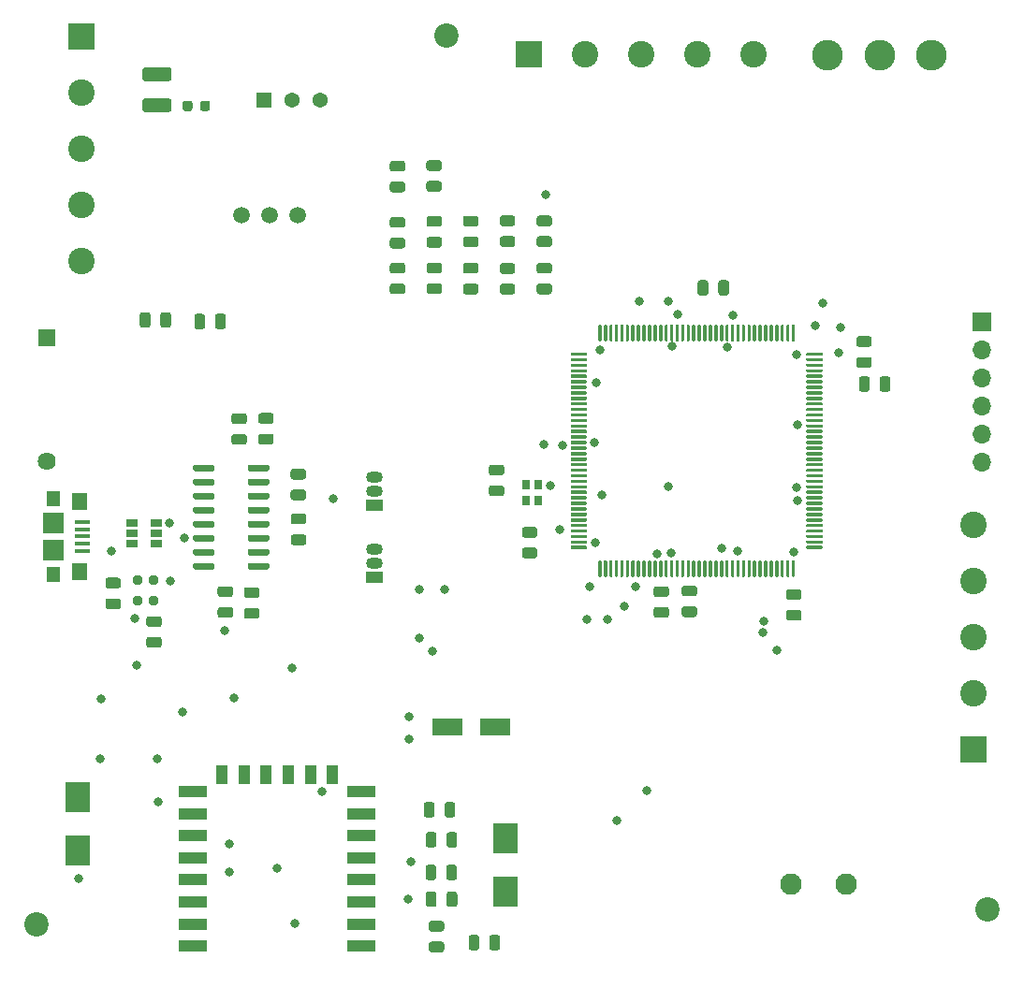
<source format=gbr>
%TF.GenerationSoftware,KiCad,Pcbnew,(5.1.10-1-10_14)*%
%TF.CreationDate,2021-10-15T10:29:32-04:00*%
%TF.ProjectId,main_controller,6d61696e-5f63-46f6-9e74-726f6c6c6572,rev?*%
%TF.SameCoordinates,Original*%
%TF.FileFunction,Soldermask,Top*%
%TF.FilePolarity,Negative*%
%FSLAX46Y46*%
G04 Gerber Fmt 4.6, Leading zero omitted, Abs format (unit mm)*
G04 Created by KiCad (PCBNEW (5.1.10-1-10_14)) date 2021-10-15 10:29:32*
%MOMM*%
%LPD*%
G01*
G04 APERTURE LIST*
%ADD10C,2.200000*%
%ADD11R,1.500000X1.050000*%
%ADD12O,1.500000X1.050000*%
%ADD13C,1.950000*%
%ADD14C,2.400000*%
%ADD15R,2.400000X2.400000*%
%ADD16R,2.800000X1.600000*%
%ADD17R,1.700000X1.700000*%
%ADD18O,1.700000X1.700000*%
%ADD19R,1.060000X0.650000*%
%ADD20R,1.625600X1.625600*%
%ADD21C,1.625600*%
%ADD22R,2.500000X1.000000*%
%ADD23R,1.000000X1.800000*%
%ADD24C,1.498600*%
%ADD25C,2.781000*%
%ADD26R,2.200000X2.800000*%
%ADD27R,1.371600X1.371600*%
%ADD28C,1.371600*%
%ADD29R,0.800000X0.900000*%
%ADD30R,1.346200X0.406400*%
%ADD31R,1.295400X1.447800*%
%ADD32R,1.397000X1.600200*%
%ADD33R,1.905000X1.905000*%
%ADD34C,0.800000*%
G04 APERTURE END LIST*
D10*
%TO.C,REF\u002A\u002A*%
X143000000Y-32675000D03*
%TD*%
%TO.C,REF\u002A\u002A*%
X191975000Y-111800000D03*
%TD*%
%TO.C,REF\u002A\u002A*%
X105925000Y-113150000D03*
%TD*%
%TO.C,R20*%
G36*
G01*
X162881250Y-83525000D02*
X161968750Y-83525000D01*
G75*
G02*
X161725000Y-83281250I0J243750D01*
G01*
X161725000Y-82793750D01*
G75*
G02*
X161968750Y-82550000I243750J0D01*
G01*
X162881250Y-82550000D01*
G75*
G02*
X163125000Y-82793750I0J-243750D01*
G01*
X163125000Y-83281250D01*
G75*
G02*
X162881250Y-83525000I-243750J0D01*
G01*
G37*
G36*
G01*
X162881250Y-85400000D02*
X161968750Y-85400000D01*
G75*
G02*
X161725000Y-85156250I0J243750D01*
G01*
X161725000Y-84668750D01*
G75*
G02*
X161968750Y-84425000I243750J0D01*
G01*
X162881250Y-84425000D01*
G75*
G02*
X163125000Y-84668750I0J-243750D01*
G01*
X163125000Y-85156250D01*
G75*
G02*
X162881250Y-85400000I-243750J0D01*
G01*
G37*
%TD*%
%TO.C,R19*%
G36*
G01*
X142825000Y-103231250D02*
X142825000Y-102318750D01*
G75*
G02*
X143068750Y-102075000I243750J0D01*
G01*
X143556250Y-102075000D01*
G75*
G02*
X143800000Y-102318750I0J-243750D01*
G01*
X143800000Y-103231250D01*
G75*
G02*
X143556250Y-103475000I-243750J0D01*
G01*
X143068750Y-103475000D01*
G75*
G02*
X142825000Y-103231250I0J243750D01*
G01*
G37*
G36*
G01*
X140950000Y-103231250D02*
X140950000Y-102318750D01*
G75*
G02*
X141193750Y-102075000I243750J0D01*
G01*
X141681250Y-102075000D01*
G75*
G02*
X141925000Y-102318750I0J-243750D01*
G01*
X141925000Y-103231250D01*
G75*
G02*
X141681250Y-103475000I-243750J0D01*
G01*
X141193750Y-103475000D01*
G75*
G02*
X140950000Y-103231250I0J243750D01*
G01*
G37*
%TD*%
%TO.C,R9*%
G36*
G01*
X142556250Y-113800000D02*
X141643750Y-113800000D01*
G75*
G02*
X141400000Y-113556250I0J243750D01*
G01*
X141400000Y-113068750D01*
G75*
G02*
X141643750Y-112825000I243750J0D01*
G01*
X142556250Y-112825000D01*
G75*
G02*
X142800000Y-113068750I0J-243750D01*
G01*
X142800000Y-113556250D01*
G75*
G02*
X142556250Y-113800000I-243750J0D01*
G01*
G37*
G36*
G01*
X142556250Y-115675000D02*
X141643750Y-115675000D01*
G75*
G02*
X141400000Y-115431250I0J243750D01*
G01*
X141400000Y-114943750D01*
G75*
G02*
X141643750Y-114700000I243750J0D01*
G01*
X142556250Y-114700000D01*
G75*
G02*
X142800000Y-114943750I0J-243750D01*
G01*
X142800000Y-115431250D01*
G75*
G02*
X142556250Y-115675000I-243750J0D01*
G01*
G37*
%TD*%
%TO.C,R8*%
G36*
G01*
X143012500Y-111331250D02*
X143012500Y-110418750D01*
G75*
G02*
X143256250Y-110175000I243750J0D01*
G01*
X143743750Y-110175000D01*
G75*
G02*
X143987500Y-110418750I0J-243750D01*
G01*
X143987500Y-111331250D01*
G75*
G02*
X143743750Y-111575000I-243750J0D01*
G01*
X143256250Y-111575000D01*
G75*
G02*
X143012500Y-111331250I0J243750D01*
G01*
G37*
G36*
G01*
X141137500Y-111331250D02*
X141137500Y-110418750D01*
G75*
G02*
X141381250Y-110175000I243750J0D01*
G01*
X141868750Y-110175000D01*
G75*
G02*
X142112500Y-110418750I0J-243750D01*
G01*
X142112500Y-111331250D01*
G75*
G02*
X141868750Y-111575000I-243750J0D01*
G01*
X141381250Y-111575000D01*
G75*
G02*
X141137500Y-111331250I0J243750D01*
G01*
G37*
%TD*%
%TO.C,C19*%
G36*
G01*
X145975000Y-114343750D02*
X145975000Y-115256250D01*
G75*
G02*
X145731250Y-115500000I-243750J0D01*
G01*
X145243750Y-115500000D01*
G75*
G02*
X145000000Y-115256250I0J243750D01*
G01*
X145000000Y-114343750D01*
G75*
G02*
X145243750Y-114100000I243750J0D01*
G01*
X145731250Y-114100000D01*
G75*
G02*
X145975000Y-114343750I0J-243750D01*
G01*
G37*
G36*
G01*
X147850000Y-114343750D02*
X147850000Y-115256250D01*
G75*
G02*
X147606250Y-115500000I-243750J0D01*
G01*
X147118750Y-115500000D01*
G75*
G02*
X146875000Y-115256250I0J243750D01*
G01*
X146875000Y-114343750D01*
G75*
G02*
X147118750Y-114100000I243750J0D01*
G01*
X147606250Y-114100000D01*
G75*
G02*
X147850000Y-114343750I0J-243750D01*
G01*
G37*
%TD*%
%TO.C,D4*%
G36*
G01*
X143950000Y-107993750D02*
X143950000Y-108906250D01*
G75*
G02*
X143706250Y-109150000I-243750J0D01*
G01*
X143218750Y-109150000D01*
G75*
G02*
X142975000Y-108906250I0J243750D01*
G01*
X142975000Y-107993750D01*
G75*
G02*
X143218750Y-107750000I243750J0D01*
G01*
X143706250Y-107750000D01*
G75*
G02*
X143950000Y-107993750I0J-243750D01*
G01*
G37*
G36*
G01*
X142075000Y-107993750D02*
X142075000Y-108906250D01*
G75*
G02*
X141831250Y-109150000I-243750J0D01*
G01*
X141343750Y-109150000D01*
G75*
G02*
X141100000Y-108906250I0J243750D01*
G01*
X141100000Y-107993750D01*
G75*
G02*
X141343750Y-107750000I243750J0D01*
G01*
X141831250Y-107750000D01*
G75*
G02*
X142075000Y-107993750I0J-243750D01*
G01*
G37*
%TD*%
%TO.C,U1*%
G36*
G01*
X156725000Y-60300000D02*
X156725000Y-58975000D01*
G75*
G02*
X156800000Y-58900000I75000J0D01*
G01*
X156950000Y-58900000D01*
G75*
G02*
X157025000Y-58975000I0J-75000D01*
G01*
X157025000Y-60300000D01*
G75*
G02*
X156950000Y-60375000I-75000J0D01*
G01*
X156800000Y-60375000D01*
G75*
G02*
X156725000Y-60300000I0J75000D01*
G01*
G37*
G36*
G01*
X157225000Y-60300000D02*
X157225000Y-58975000D01*
G75*
G02*
X157300000Y-58900000I75000J0D01*
G01*
X157450000Y-58900000D01*
G75*
G02*
X157525000Y-58975000I0J-75000D01*
G01*
X157525000Y-60300000D01*
G75*
G02*
X157450000Y-60375000I-75000J0D01*
G01*
X157300000Y-60375000D01*
G75*
G02*
X157225000Y-60300000I0J75000D01*
G01*
G37*
G36*
G01*
X157725000Y-60300000D02*
X157725000Y-58975000D01*
G75*
G02*
X157800000Y-58900000I75000J0D01*
G01*
X157950000Y-58900000D01*
G75*
G02*
X158025000Y-58975000I0J-75000D01*
G01*
X158025000Y-60300000D01*
G75*
G02*
X157950000Y-60375000I-75000J0D01*
G01*
X157800000Y-60375000D01*
G75*
G02*
X157725000Y-60300000I0J75000D01*
G01*
G37*
G36*
G01*
X158225000Y-60300000D02*
X158225000Y-58975000D01*
G75*
G02*
X158300000Y-58900000I75000J0D01*
G01*
X158450000Y-58900000D01*
G75*
G02*
X158525000Y-58975000I0J-75000D01*
G01*
X158525000Y-60300000D01*
G75*
G02*
X158450000Y-60375000I-75000J0D01*
G01*
X158300000Y-60375000D01*
G75*
G02*
X158225000Y-60300000I0J75000D01*
G01*
G37*
G36*
G01*
X158725000Y-60300000D02*
X158725000Y-58975000D01*
G75*
G02*
X158800000Y-58900000I75000J0D01*
G01*
X158950000Y-58900000D01*
G75*
G02*
X159025000Y-58975000I0J-75000D01*
G01*
X159025000Y-60300000D01*
G75*
G02*
X158950000Y-60375000I-75000J0D01*
G01*
X158800000Y-60375000D01*
G75*
G02*
X158725000Y-60300000I0J75000D01*
G01*
G37*
G36*
G01*
X159225000Y-60300000D02*
X159225000Y-58975000D01*
G75*
G02*
X159300000Y-58900000I75000J0D01*
G01*
X159450000Y-58900000D01*
G75*
G02*
X159525000Y-58975000I0J-75000D01*
G01*
X159525000Y-60300000D01*
G75*
G02*
X159450000Y-60375000I-75000J0D01*
G01*
X159300000Y-60375000D01*
G75*
G02*
X159225000Y-60300000I0J75000D01*
G01*
G37*
G36*
G01*
X159725000Y-60300000D02*
X159725000Y-58975000D01*
G75*
G02*
X159800000Y-58900000I75000J0D01*
G01*
X159950000Y-58900000D01*
G75*
G02*
X160025000Y-58975000I0J-75000D01*
G01*
X160025000Y-60300000D01*
G75*
G02*
X159950000Y-60375000I-75000J0D01*
G01*
X159800000Y-60375000D01*
G75*
G02*
X159725000Y-60300000I0J75000D01*
G01*
G37*
G36*
G01*
X160225000Y-60300000D02*
X160225000Y-58975000D01*
G75*
G02*
X160300000Y-58900000I75000J0D01*
G01*
X160450000Y-58900000D01*
G75*
G02*
X160525000Y-58975000I0J-75000D01*
G01*
X160525000Y-60300000D01*
G75*
G02*
X160450000Y-60375000I-75000J0D01*
G01*
X160300000Y-60375000D01*
G75*
G02*
X160225000Y-60300000I0J75000D01*
G01*
G37*
G36*
G01*
X160725000Y-60300000D02*
X160725000Y-58975000D01*
G75*
G02*
X160800000Y-58900000I75000J0D01*
G01*
X160950000Y-58900000D01*
G75*
G02*
X161025000Y-58975000I0J-75000D01*
G01*
X161025000Y-60300000D01*
G75*
G02*
X160950000Y-60375000I-75000J0D01*
G01*
X160800000Y-60375000D01*
G75*
G02*
X160725000Y-60300000I0J75000D01*
G01*
G37*
G36*
G01*
X161225000Y-60300000D02*
X161225000Y-58975000D01*
G75*
G02*
X161300000Y-58900000I75000J0D01*
G01*
X161450000Y-58900000D01*
G75*
G02*
X161525000Y-58975000I0J-75000D01*
G01*
X161525000Y-60300000D01*
G75*
G02*
X161450000Y-60375000I-75000J0D01*
G01*
X161300000Y-60375000D01*
G75*
G02*
X161225000Y-60300000I0J75000D01*
G01*
G37*
G36*
G01*
X161725000Y-60300000D02*
X161725000Y-58975000D01*
G75*
G02*
X161800000Y-58900000I75000J0D01*
G01*
X161950000Y-58900000D01*
G75*
G02*
X162025000Y-58975000I0J-75000D01*
G01*
X162025000Y-60300000D01*
G75*
G02*
X161950000Y-60375000I-75000J0D01*
G01*
X161800000Y-60375000D01*
G75*
G02*
X161725000Y-60300000I0J75000D01*
G01*
G37*
G36*
G01*
X162225000Y-60300000D02*
X162225000Y-58975000D01*
G75*
G02*
X162300000Y-58900000I75000J0D01*
G01*
X162450000Y-58900000D01*
G75*
G02*
X162525000Y-58975000I0J-75000D01*
G01*
X162525000Y-60300000D01*
G75*
G02*
X162450000Y-60375000I-75000J0D01*
G01*
X162300000Y-60375000D01*
G75*
G02*
X162225000Y-60300000I0J75000D01*
G01*
G37*
G36*
G01*
X162725000Y-60300000D02*
X162725000Y-58975000D01*
G75*
G02*
X162800000Y-58900000I75000J0D01*
G01*
X162950000Y-58900000D01*
G75*
G02*
X163025000Y-58975000I0J-75000D01*
G01*
X163025000Y-60300000D01*
G75*
G02*
X162950000Y-60375000I-75000J0D01*
G01*
X162800000Y-60375000D01*
G75*
G02*
X162725000Y-60300000I0J75000D01*
G01*
G37*
G36*
G01*
X163225000Y-60300000D02*
X163225000Y-58975000D01*
G75*
G02*
X163300000Y-58900000I75000J0D01*
G01*
X163450000Y-58900000D01*
G75*
G02*
X163525000Y-58975000I0J-75000D01*
G01*
X163525000Y-60300000D01*
G75*
G02*
X163450000Y-60375000I-75000J0D01*
G01*
X163300000Y-60375000D01*
G75*
G02*
X163225000Y-60300000I0J75000D01*
G01*
G37*
G36*
G01*
X163725000Y-60300000D02*
X163725000Y-58975000D01*
G75*
G02*
X163800000Y-58900000I75000J0D01*
G01*
X163950000Y-58900000D01*
G75*
G02*
X164025000Y-58975000I0J-75000D01*
G01*
X164025000Y-60300000D01*
G75*
G02*
X163950000Y-60375000I-75000J0D01*
G01*
X163800000Y-60375000D01*
G75*
G02*
X163725000Y-60300000I0J75000D01*
G01*
G37*
G36*
G01*
X164225000Y-60300000D02*
X164225000Y-58975000D01*
G75*
G02*
X164300000Y-58900000I75000J0D01*
G01*
X164450000Y-58900000D01*
G75*
G02*
X164525000Y-58975000I0J-75000D01*
G01*
X164525000Y-60300000D01*
G75*
G02*
X164450000Y-60375000I-75000J0D01*
G01*
X164300000Y-60375000D01*
G75*
G02*
X164225000Y-60300000I0J75000D01*
G01*
G37*
G36*
G01*
X164725000Y-60300000D02*
X164725000Y-58975000D01*
G75*
G02*
X164800000Y-58900000I75000J0D01*
G01*
X164950000Y-58900000D01*
G75*
G02*
X165025000Y-58975000I0J-75000D01*
G01*
X165025000Y-60300000D01*
G75*
G02*
X164950000Y-60375000I-75000J0D01*
G01*
X164800000Y-60375000D01*
G75*
G02*
X164725000Y-60300000I0J75000D01*
G01*
G37*
G36*
G01*
X165225000Y-60300000D02*
X165225000Y-58975000D01*
G75*
G02*
X165300000Y-58900000I75000J0D01*
G01*
X165450000Y-58900000D01*
G75*
G02*
X165525000Y-58975000I0J-75000D01*
G01*
X165525000Y-60300000D01*
G75*
G02*
X165450000Y-60375000I-75000J0D01*
G01*
X165300000Y-60375000D01*
G75*
G02*
X165225000Y-60300000I0J75000D01*
G01*
G37*
G36*
G01*
X165725000Y-60300000D02*
X165725000Y-58975000D01*
G75*
G02*
X165800000Y-58900000I75000J0D01*
G01*
X165950000Y-58900000D01*
G75*
G02*
X166025000Y-58975000I0J-75000D01*
G01*
X166025000Y-60300000D01*
G75*
G02*
X165950000Y-60375000I-75000J0D01*
G01*
X165800000Y-60375000D01*
G75*
G02*
X165725000Y-60300000I0J75000D01*
G01*
G37*
G36*
G01*
X166225000Y-60300000D02*
X166225000Y-58975000D01*
G75*
G02*
X166300000Y-58900000I75000J0D01*
G01*
X166450000Y-58900000D01*
G75*
G02*
X166525000Y-58975000I0J-75000D01*
G01*
X166525000Y-60300000D01*
G75*
G02*
X166450000Y-60375000I-75000J0D01*
G01*
X166300000Y-60375000D01*
G75*
G02*
X166225000Y-60300000I0J75000D01*
G01*
G37*
G36*
G01*
X166725000Y-60300000D02*
X166725000Y-58975000D01*
G75*
G02*
X166800000Y-58900000I75000J0D01*
G01*
X166950000Y-58900000D01*
G75*
G02*
X167025000Y-58975000I0J-75000D01*
G01*
X167025000Y-60300000D01*
G75*
G02*
X166950000Y-60375000I-75000J0D01*
G01*
X166800000Y-60375000D01*
G75*
G02*
X166725000Y-60300000I0J75000D01*
G01*
G37*
G36*
G01*
X167225000Y-60300000D02*
X167225000Y-58975000D01*
G75*
G02*
X167300000Y-58900000I75000J0D01*
G01*
X167450000Y-58900000D01*
G75*
G02*
X167525000Y-58975000I0J-75000D01*
G01*
X167525000Y-60300000D01*
G75*
G02*
X167450000Y-60375000I-75000J0D01*
G01*
X167300000Y-60375000D01*
G75*
G02*
X167225000Y-60300000I0J75000D01*
G01*
G37*
G36*
G01*
X167725000Y-60300000D02*
X167725000Y-58975000D01*
G75*
G02*
X167800000Y-58900000I75000J0D01*
G01*
X167950000Y-58900000D01*
G75*
G02*
X168025000Y-58975000I0J-75000D01*
G01*
X168025000Y-60300000D01*
G75*
G02*
X167950000Y-60375000I-75000J0D01*
G01*
X167800000Y-60375000D01*
G75*
G02*
X167725000Y-60300000I0J75000D01*
G01*
G37*
G36*
G01*
X168225000Y-60300000D02*
X168225000Y-58975000D01*
G75*
G02*
X168300000Y-58900000I75000J0D01*
G01*
X168450000Y-58900000D01*
G75*
G02*
X168525000Y-58975000I0J-75000D01*
G01*
X168525000Y-60300000D01*
G75*
G02*
X168450000Y-60375000I-75000J0D01*
G01*
X168300000Y-60375000D01*
G75*
G02*
X168225000Y-60300000I0J75000D01*
G01*
G37*
G36*
G01*
X168725000Y-60300000D02*
X168725000Y-58975000D01*
G75*
G02*
X168800000Y-58900000I75000J0D01*
G01*
X168950000Y-58900000D01*
G75*
G02*
X169025000Y-58975000I0J-75000D01*
G01*
X169025000Y-60300000D01*
G75*
G02*
X168950000Y-60375000I-75000J0D01*
G01*
X168800000Y-60375000D01*
G75*
G02*
X168725000Y-60300000I0J75000D01*
G01*
G37*
G36*
G01*
X169225000Y-60300000D02*
X169225000Y-58975000D01*
G75*
G02*
X169300000Y-58900000I75000J0D01*
G01*
X169450000Y-58900000D01*
G75*
G02*
X169525000Y-58975000I0J-75000D01*
G01*
X169525000Y-60300000D01*
G75*
G02*
X169450000Y-60375000I-75000J0D01*
G01*
X169300000Y-60375000D01*
G75*
G02*
X169225000Y-60300000I0J75000D01*
G01*
G37*
G36*
G01*
X169725000Y-60300000D02*
X169725000Y-58975000D01*
G75*
G02*
X169800000Y-58900000I75000J0D01*
G01*
X169950000Y-58900000D01*
G75*
G02*
X170025000Y-58975000I0J-75000D01*
G01*
X170025000Y-60300000D01*
G75*
G02*
X169950000Y-60375000I-75000J0D01*
G01*
X169800000Y-60375000D01*
G75*
G02*
X169725000Y-60300000I0J75000D01*
G01*
G37*
G36*
G01*
X170225000Y-60300000D02*
X170225000Y-58975000D01*
G75*
G02*
X170300000Y-58900000I75000J0D01*
G01*
X170450000Y-58900000D01*
G75*
G02*
X170525000Y-58975000I0J-75000D01*
G01*
X170525000Y-60300000D01*
G75*
G02*
X170450000Y-60375000I-75000J0D01*
G01*
X170300000Y-60375000D01*
G75*
G02*
X170225000Y-60300000I0J75000D01*
G01*
G37*
G36*
G01*
X170725000Y-60300000D02*
X170725000Y-58975000D01*
G75*
G02*
X170800000Y-58900000I75000J0D01*
G01*
X170950000Y-58900000D01*
G75*
G02*
X171025000Y-58975000I0J-75000D01*
G01*
X171025000Y-60300000D01*
G75*
G02*
X170950000Y-60375000I-75000J0D01*
G01*
X170800000Y-60375000D01*
G75*
G02*
X170725000Y-60300000I0J75000D01*
G01*
G37*
G36*
G01*
X171225000Y-60300000D02*
X171225000Y-58975000D01*
G75*
G02*
X171300000Y-58900000I75000J0D01*
G01*
X171450000Y-58900000D01*
G75*
G02*
X171525000Y-58975000I0J-75000D01*
G01*
X171525000Y-60300000D01*
G75*
G02*
X171450000Y-60375000I-75000J0D01*
G01*
X171300000Y-60375000D01*
G75*
G02*
X171225000Y-60300000I0J75000D01*
G01*
G37*
G36*
G01*
X171725000Y-60300000D02*
X171725000Y-58975000D01*
G75*
G02*
X171800000Y-58900000I75000J0D01*
G01*
X171950000Y-58900000D01*
G75*
G02*
X172025000Y-58975000I0J-75000D01*
G01*
X172025000Y-60300000D01*
G75*
G02*
X171950000Y-60375000I-75000J0D01*
G01*
X171800000Y-60375000D01*
G75*
G02*
X171725000Y-60300000I0J75000D01*
G01*
G37*
G36*
G01*
X172225000Y-60300000D02*
X172225000Y-58975000D01*
G75*
G02*
X172300000Y-58900000I75000J0D01*
G01*
X172450000Y-58900000D01*
G75*
G02*
X172525000Y-58975000I0J-75000D01*
G01*
X172525000Y-60300000D01*
G75*
G02*
X172450000Y-60375000I-75000J0D01*
G01*
X172300000Y-60375000D01*
G75*
G02*
X172225000Y-60300000I0J75000D01*
G01*
G37*
G36*
G01*
X172725000Y-60300000D02*
X172725000Y-58975000D01*
G75*
G02*
X172800000Y-58900000I75000J0D01*
G01*
X172950000Y-58900000D01*
G75*
G02*
X173025000Y-58975000I0J-75000D01*
G01*
X173025000Y-60300000D01*
G75*
G02*
X172950000Y-60375000I-75000J0D01*
G01*
X172800000Y-60375000D01*
G75*
G02*
X172725000Y-60300000I0J75000D01*
G01*
G37*
G36*
G01*
X173225000Y-60300000D02*
X173225000Y-58975000D01*
G75*
G02*
X173300000Y-58900000I75000J0D01*
G01*
X173450000Y-58900000D01*
G75*
G02*
X173525000Y-58975000I0J-75000D01*
G01*
X173525000Y-60300000D01*
G75*
G02*
X173450000Y-60375000I-75000J0D01*
G01*
X173300000Y-60375000D01*
G75*
G02*
X173225000Y-60300000I0J75000D01*
G01*
G37*
G36*
G01*
X173725000Y-60300000D02*
X173725000Y-58975000D01*
G75*
G02*
X173800000Y-58900000I75000J0D01*
G01*
X173950000Y-58900000D01*
G75*
G02*
X174025000Y-58975000I0J-75000D01*
G01*
X174025000Y-60300000D01*
G75*
G02*
X173950000Y-60375000I-75000J0D01*
G01*
X173800000Y-60375000D01*
G75*
G02*
X173725000Y-60300000I0J75000D01*
G01*
G37*
G36*
G01*
X174225000Y-60300000D02*
X174225000Y-58975000D01*
G75*
G02*
X174300000Y-58900000I75000J0D01*
G01*
X174450000Y-58900000D01*
G75*
G02*
X174525000Y-58975000I0J-75000D01*
G01*
X174525000Y-60300000D01*
G75*
G02*
X174450000Y-60375000I-75000J0D01*
G01*
X174300000Y-60375000D01*
G75*
G02*
X174225000Y-60300000I0J75000D01*
G01*
G37*
G36*
G01*
X175550000Y-61625000D02*
X175550000Y-61475000D01*
G75*
G02*
X175625000Y-61400000I75000J0D01*
G01*
X176950000Y-61400000D01*
G75*
G02*
X177025000Y-61475000I0J-75000D01*
G01*
X177025000Y-61625000D01*
G75*
G02*
X176950000Y-61700000I-75000J0D01*
G01*
X175625000Y-61700000D01*
G75*
G02*
X175550000Y-61625000I0J75000D01*
G01*
G37*
G36*
G01*
X175550000Y-62125000D02*
X175550000Y-61975000D01*
G75*
G02*
X175625000Y-61900000I75000J0D01*
G01*
X176950000Y-61900000D01*
G75*
G02*
X177025000Y-61975000I0J-75000D01*
G01*
X177025000Y-62125000D01*
G75*
G02*
X176950000Y-62200000I-75000J0D01*
G01*
X175625000Y-62200000D01*
G75*
G02*
X175550000Y-62125000I0J75000D01*
G01*
G37*
G36*
G01*
X175550000Y-62625000D02*
X175550000Y-62475000D01*
G75*
G02*
X175625000Y-62400000I75000J0D01*
G01*
X176950000Y-62400000D01*
G75*
G02*
X177025000Y-62475000I0J-75000D01*
G01*
X177025000Y-62625000D01*
G75*
G02*
X176950000Y-62700000I-75000J0D01*
G01*
X175625000Y-62700000D01*
G75*
G02*
X175550000Y-62625000I0J75000D01*
G01*
G37*
G36*
G01*
X175550000Y-63125000D02*
X175550000Y-62975000D01*
G75*
G02*
X175625000Y-62900000I75000J0D01*
G01*
X176950000Y-62900000D01*
G75*
G02*
X177025000Y-62975000I0J-75000D01*
G01*
X177025000Y-63125000D01*
G75*
G02*
X176950000Y-63200000I-75000J0D01*
G01*
X175625000Y-63200000D01*
G75*
G02*
X175550000Y-63125000I0J75000D01*
G01*
G37*
G36*
G01*
X175550000Y-63625000D02*
X175550000Y-63475000D01*
G75*
G02*
X175625000Y-63400000I75000J0D01*
G01*
X176950000Y-63400000D01*
G75*
G02*
X177025000Y-63475000I0J-75000D01*
G01*
X177025000Y-63625000D01*
G75*
G02*
X176950000Y-63700000I-75000J0D01*
G01*
X175625000Y-63700000D01*
G75*
G02*
X175550000Y-63625000I0J75000D01*
G01*
G37*
G36*
G01*
X175550000Y-64125000D02*
X175550000Y-63975000D01*
G75*
G02*
X175625000Y-63900000I75000J0D01*
G01*
X176950000Y-63900000D01*
G75*
G02*
X177025000Y-63975000I0J-75000D01*
G01*
X177025000Y-64125000D01*
G75*
G02*
X176950000Y-64200000I-75000J0D01*
G01*
X175625000Y-64200000D01*
G75*
G02*
X175550000Y-64125000I0J75000D01*
G01*
G37*
G36*
G01*
X175550000Y-64625000D02*
X175550000Y-64475000D01*
G75*
G02*
X175625000Y-64400000I75000J0D01*
G01*
X176950000Y-64400000D01*
G75*
G02*
X177025000Y-64475000I0J-75000D01*
G01*
X177025000Y-64625000D01*
G75*
G02*
X176950000Y-64700000I-75000J0D01*
G01*
X175625000Y-64700000D01*
G75*
G02*
X175550000Y-64625000I0J75000D01*
G01*
G37*
G36*
G01*
X175550000Y-65125000D02*
X175550000Y-64975000D01*
G75*
G02*
X175625000Y-64900000I75000J0D01*
G01*
X176950000Y-64900000D01*
G75*
G02*
X177025000Y-64975000I0J-75000D01*
G01*
X177025000Y-65125000D01*
G75*
G02*
X176950000Y-65200000I-75000J0D01*
G01*
X175625000Y-65200000D01*
G75*
G02*
X175550000Y-65125000I0J75000D01*
G01*
G37*
G36*
G01*
X175550000Y-65625000D02*
X175550000Y-65475000D01*
G75*
G02*
X175625000Y-65400000I75000J0D01*
G01*
X176950000Y-65400000D01*
G75*
G02*
X177025000Y-65475000I0J-75000D01*
G01*
X177025000Y-65625000D01*
G75*
G02*
X176950000Y-65700000I-75000J0D01*
G01*
X175625000Y-65700000D01*
G75*
G02*
X175550000Y-65625000I0J75000D01*
G01*
G37*
G36*
G01*
X175550000Y-66125000D02*
X175550000Y-65975000D01*
G75*
G02*
X175625000Y-65900000I75000J0D01*
G01*
X176950000Y-65900000D01*
G75*
G02*
X177025000Y-65975000I0J-75000D01*
G01*
X177025000Y-66125000D01*
G75*
G02*
X176950000Y-66200000I-75000J0D01*
G01*
X175625000Y-66200000D01*
G75*
G02*
X175550000Y-66125000I0J75000D01*
G01*
G37*
G36*
G01*
X175550000Y-66625000D02*
X175550000Y-66475000D01*
G75*
G02*
X175625000Y-66400000I75000J0D01*
G01*
X176950000Y-66400000D01*
G75*
G02*
X177025000Y-66475000I0J-75000D01*
G01*
X177025000Y-66625000D01*
G75*
G02*
X176950000Y-66700000I-75000J0D01*
G01*
X175625000Y-66700000D01*
G75*
G02*
X175550000Y-66625000I0J75000D01*
G01*
G37*
G36*
G01*
X175550000Y-67125000D02*
X175550000Y-66975000D01*
G75*
G02*
X175625000Y-66900000I75000J0D01*
G01*
X176950000Y-66900000D01*
G75*
G02*
X177025000Y-66975000I0J-75000D01*
G01*
X177025000Y-67125000D01*
G75*
G02*
X176950000Y-67200000I-75000J0D01*
G01*
X175625000Y-67200000D01*
G75*
G02*
X175550000Y-67125000I0J75000D01*
G01*
G37*
G36*
G01*
X175550000Y-67625000D02*
X175550000Y-67475000D01*
G75*
G02*
X175625000Y-67400000I75000J0D01*
G01*
X176950000Y-67400000D01*
G75*
G02*
X177025000Y-67475000I0J-75000D01*
G01*
X177025000Y-67625000D01*
G75*
G02*
X176950000Y-67700000I-75000J0D01*
G01*
X175625000Y-67700000D01*
G75*
G02*
X175550000Y-67625000I0J75000D01*
G01*
G37*
G36*
G01*
X175550000Y-68125000D02*
X175550000Y-67975000D01*
G75*
G02*
X175625000Y-67900000I75000J0D01*
G01*
X176950000Y-67900000D01*
G75*
G02*
X177025000Y-67975000I0J-75000D01*
G01*
X177025000Y-68125000D01*
G75*
G02*
X176950000Y-68200000I-75000J0D01*
G01*
X175625000Y-68200000D01*
G75*
G02*
X175550000Y-68125000I0J75000D01*
G01*
G37*
G36*
G01*
X175550000Y-68625000D02*
X175550000Y-68475000D01*
G75*
G02*
X175625000Y-68400000I75000J0D01*
G01*
X176950000Y-68400000D01*
G75*
G02*
X177025000Y-68475000I0J-75000D01*
G01*
X177025000Y-68625000D01*
G75*
G02*
X176950000Y-68700000I-75000J0D01*
G01*
X175625000Y-68700000D01*
G75*
G02*
X175550000Y-68625000I0J75000D01*
G01*
G37*
G36*
G01*
X175550000Y-69125000D02*
X175550000Y-68975000D01*
G75*
G02*
X175625000Y-68900000I75000J0D01*
G01*
X176950000Y-68900000D01*
G75*
G02*
X177025000Y-68975000I0J-75000D01*
G01*
X177025000Y-69125000D01*
G75*
G02*
X176950000Y-69200000I-75000J0D01*
G01*
X175625000Y-69200000D01*
G75*
G02*
X175550000Y-69125000I0J75000D01*
G01*
G37*
G36*
G01*
X175550000Y-69625000D02*
X175550000Y-69475000D01*
G75*
G02*
X175625000Y-69400000I75000J0D01*
G01*
X176950000Y-69400000D01*
G75*
G02*
X177025000Y-69475000I0J-75000D01*
G01*
X177025000Y-69625000D01*
G75*
G02*
X176950000Y-69700000I-75000J0D01*
G01*
X175625000Y-69700000D01*
G75*
G02*
X175550000Y-69625000I0J75000D01*
G01*
G37*
G36*
G01*
X175550000Y-70125000D02*
X175550000Y-69975000D01*
G75*
G02*
X175625000Y-69900000I75000J0D01*
G01*
X176950000Y-69900000D01*
G75*
G02*
X177025000Y-69975000I0J-75000D01*
G01*
X177025000Y-70125000D01*
G75*
G02*
X176950000Y-70200000I-75000J0D01*
G01*
X175625000Y-70200000D01*
G75*
G02*
X175550000Y-70125000I0J75000D01*
G01*
G37*
G36*
G01*
X175550000Y-70625000D02*
X175550000Y-70475000D01*
G75*
G02*
X175625000Y-70400000I75000J0D01*
G01*
X176950000Y-70400000D01*
G75*
G02*
X177025000Y-70475000I0J-75000D01*
G01*
X177025000Y-70625000D01*
G75*
G02*
X176950000Y-70700000I-75000J0D01*
G01*
X175625000Y-70700000D01*
G75*
G02*
X175550000Y-70625000I0J75000D01*
G01*
G37*
G36*
G01*
X175550000Y-71125000D02*
X175550000Y-70975000D01*
G75*
G02*
X175625000Y-70900000I75000J0D01*
G01*
X176950000Y-70900000D01*
G75*
G02*
X177025000Y-70975000I0J-75000D01*
G01*
X177025000Y-71125000D01*
G75*
G02*
X176950000Y-71200000I-75000J0D01*
G01*
X175625000Y-71200000D01*
G75*
G02*
X175550000Y-71125000I0J75000D01*
G01*
G37*
G36*
G01*
X175550000Y-71625000D02*
X175550000Y-71475000D01*
G75*
G02*
X175625000Y-71400000I75000J0D01*
G01*
X176950000Y-71400000D01*
G75*
G02*
X177025000Y-71475000I0J-75000D01*
G01*
X177025000Y-71625000D01*
G75*
G02*
X176950000Y-71700000I-75000J0D01*
G01*
X175625000Y-71700000D01*
G75*
G02*
X175550000Y-71625000I0J75000D01*
G01*
G37*
G36*
G01*
X175550000Y-72125000D02*
X175550000Y-71975000D01*
G75*
G02*
X175625000Y-71900000I75000J0D01*
G01*
X176950000Y-71900000D01*
G75*
G02*
X177025000Y-71975000I0J-75000D01*
G01*
X177025000Y-72125000D01*
G75*
G02*
X176950000Y-72200000I-75000J0D01*
G01*
X175625000Y-72200000D01*
G75*
G02*
X175550000Y-72125000I0J75000D01*
G01*
G37*
G36*
G01*
X175550000Y-72625000D02*
X175550000Y-72475000D01*
G75*
G02*
X175625000Y-72400000I75000J0D01*
G01*
X176950000Y-72400000D01*
G75*
G02*
X177025000Y-72475000I0J-75000D01*
G01*
X177025000Y-72625000D01*
G75*
G02*
X176950000Y-72700000I-75000J0D01*
G01*
X175625000Y-72700000D01*
G75*
G02*
X175550000Y-72625000I0J75000D01*
G01*
G37*
G36*
G01*
X175550000Y-73125000D02*
X175550000Y-72975000D01*
G75*
G02*
X175625000Y-72900000I75000J0D01*
G01*
X176950000Y-72900000D01*
G75*
G02*
X177025000Y-72975000I0J-75000D01*
G01*
X177025000Y-73125000D01*
G75*
G02*
X176950000Y-73200000I-75000J0D01*
G01*
X175625000Y-73200000D01*
G75*
G02*
X175550000Y-73125000I0J75000D01*
G01*
G37*
G36*
G01*
X175550000Y-73625000D02*
X175550000Y-73475000D01*
G75*
G02*
X175625000Y-73400000I75000J0D01*
G01*
X176950000Y-73400000D01*
G75*
G02*
X177025000Y-73475000I0J-75000D01*
G01*
X177025000Y-73625000D01*
G75*
G02*
X176950000Y-73700000I-75000J0D01*
G01*
X175625000Y-73700000D01*
G75*
G02*
X175550000Y-73625000I0J75000D01*
G01*
G37*
G36*
G01*
X175550000Y-74125000D02*
X175550000Y-73975000D01*
G75*
G02*
X175625000Y-73900000I75000J0D01*
G01*
X176950000Y-73900000D01*
G75*
G02*
X177025000Y-73975000I0J-75000D01*
G01*
X177025000Y-74125000D01*
G75*
G02*
X176950000Y-74200000I-75000J0D01*
G01*
X175625000Y-74200000D01*
G75*
G02*
X175550000Y-74125000I0J75000D01*
G01*
G37*
G36*
G01*
X175550000Y-74625000D02*
X175550000Y-74475000D01*
G75*
G02*
X175625000Y-74400000I75000J0D01*
G01*
X176950000Y-74400000D01*
G75*
G02*
X177025000Y-74475000I0J-75000D01*
G01*
X177025000Y-74625000D01*
G75*
G02*
X176950000Y-74700000I-75000J0D01*
G01*
X175625000Y-74700000D01*
G75*
G02*
X175550000Y-74625000I0J75000D01*
G01*
G37*
G36*
G01*
X175550000Y-75125000D02*
X175550000Y-74975000D01*
G75*
G02*
X175625000Y-74900000I75000J0D01*
G01*
X176950000Y-74900000D01*
G75*
G02*
X177025000Y-74975000I0J-75000D01*
G01*
X177025000Y-75125000D01*
G75*
G02*
X176950000Y-75200000I-75000J0D01*
G01*
X175625000Y-75200000D01*
G75*
G02*
X175550000Y-75125000I0J75000D01*
G01*
G37*
G36*
G01*
X175550000Y-75625000D02*
X175550000Y-75475000D01*
G75*
G02*
X175625000Y-75400000I75000J0D01*
G01*
X176950000Y-75400000D01*
G75*
G02*
X177025000Y-75475000I0J-75000D01*
G01*
X177025000Y-75625000D01*
G75*
G02*
X176950000Y-75700000I-75000J0D01*
G01*
X175625000Y-75700000D01*
G75*
G02*
X175550000Y-75625000I0J75000D01*
G01*
G37*
G36*
G01*
X175550000Y-76125000D02*
X175550000Y-75975000D01*
G75*
G02*
X175625000Y-75900000I75000J0D01*
G01*
X176950000Y-75900000D01*
G75*
G02*
X177025000Y-75975000I0J-75000D01*
G01*
X177025000Y-76125000D01*
G75*
G02*
X176950000Y-76200000I-75000J0D01*
G01*
X175625000Y-76200000D01*
G75*
G02*
X175550000Y-76125000I0J75000D01*
G01*
G37*
G36*
G01*
X175550000Y-76625000D02*
X175550000Y-76475000D01*
G75*
G02*
X175625000Y-76400000I75000J0D01*
G01*
X176950000Y-76400000D01*
G75*
G02*
X177025000Y-76475000I0J-75000D01*
G01*
X177025000Y-76625000D01*
G75*
G02*
X176950000Y-76700000I-75000J0D01*
G01*
X175625000Y-76700000D01*
G75*
G02*
X175550000Y-76625000I0J75000D01*
G01*
G37*
G36*
G01*
X175550000Y-77125000D02*
X175550000Y-76975000D01*
G75*
G02*
X175625000Y-76900000I75000J0D01*
G01*
X176950000Y-76900000D01*
G75*
G02*
X177025000Y-76975000I0J-75000D01*
G01*
X177025000Y-77125000D01*
G75*
G02*
X176950000Y-77200000I-75000J0D01*
G01*
X175625000Y-77200000D01*
G75*
G02*
X175550000Y-77125000I0J75000D01*
G01*
G37*
G36*
G01*
X175550000Y-77625000D02*
X175550000Y-77475000D01*
G75*
G02*
X175625000Y-77400000I75000J0D01*
G01*
X176950000Y-77400000D01*
G75*
G02*
X177025000Y-77475000I0J-75000D01*
G01*
X177025000Y-77625000D01*
G75*
G02*
X176950000Y-77700000I-75000J0D01*
G01*
X175625000Y-77700000D01*
G75*
G02*
X175550000Y-77625000I0J75000D01*
G01*
G37*
G36*
G01*
X175550000Y-78125000D02*
X175550000Y-77975000D01*
G75*
G02*
X175625000Y-77900000I75000J0D01*
G01*
X176950000Y-77900000D01*
G75*
G02*
X177025000Y-77975000I0J-75000D01*
G01*
X177025000Y-78125000D01*
G75*
G02*
X176950000Y-78200000I-75000J0D01*
G01*
X175625000Y-78200000D01*
G75*
G02*
X175550000Y-78125000I0J75000D01*
G01*
G37*
G36*
G01*
X175550000Y-78625000D02*
X175550000Y-78475000D01*
G75*
G02*
X175625000Y-78400000I75000J0D01*
G01*
X176950000Y-78400000D01*
G75*
G02*
X177025000Y-78475000I0J-75000D01*
G01*
X177025000Y-78625000D01*
G75*
G02*
X176950000Y-78700000I-75000J0D01*
G01*
X175625000Y-78700000D01*
G75*
G02*
X175550000Y-78625000I0J75000D01*
G01*
G37*
G36*
G01*
X175550000Y-79125000D02*
X175550000Y-78975000D01*
G75*
G02*
X175625000Y-78900000I75000J0D01*
G01*
X176950000Y-78900000D01*
G75*
G02*
X177025000Y-78975000I0J-75000D01*
G01*
X177025000Y-79125000D01*
G75*
G02*
X176950000Y-79200000I-75000J0D01*
G01*
X175625000Y-79200000D01*
G75*
G02*
X175550000Y-79125000I0J75000D01*
G01*
G37*
G36*
G01*
X174225000Y-81625000D02*
X174225000Y-80300000D01*
G75*
G02*
X174300000Y-80225000I75000J0D01*
G01*
X174450000Y-80225000D01*
G75*
G02*
X174525000Y-80300000I0J-75000D01*
G01*
X174525000Y-81625000D01*
G75*
G02*
X174450000Y-81700000I-75000J0D01*
G01*
X174300000Y-81700000D01*
G75*
G02*
X174225000Y-81625000I0J75000D01*
G01*
G37*
G36*
G01*
X173725000Y-81625000D02*
X173725000Y-80300000D01*
G75*
G02*
X173800000Y-80225000I75000J0D01*
G01*
X173950000Y-80225000D01*
G75*
G02*
X174025000Y-80300000I0J-75000D01*
G01*
X174025000Y-81625000D01*
G75*
G02*
X173950000Y-81700000I-75000J0D01*
G01*
X173800000Y-81700000D01*
G75*
G02*
X173725000Y-81625000I0J75000D01*
G01*
G37*
G36*
G01*
X173225000Y-81625000D02*
X173225000Y-80300000D01*
G75*
G02*
X173300000Y-80225000I75000J0D01*
G01*
X173450000Y-80225000D01*
G75*
G02*
X173525000Y-80300000I0J-75000D01*
G01*
X173525000Y-81625000D01*
G75*
G02*
X173450000Y-81700000I-75000J0D01*
G01*
X173300000Y-81700000D01*
G75*
G02*
X173225000Y-81625000I0J75000D01*
G01*
G37*
G36*
G01*
X172725000Y-81625000D02*
X172725000Y-80300000D01*
G75*
G02*
X172800000Y-80225000I75000J0D01*
G01*
X172950000Y-80225000D01*
G75*
G02*
X173025000Y-80300000I0J-75000D01*
G01*
X173025000Y-81625000D01*
G75*
G02*
X172950000Y-81700000I-75000J0D01*
G01*
X172800000Y-81700000D01*
G75*
G02*
X172725000Y-81625000I0J75000D01*
G01*
G37*
G36*
G01*
X172225000Y-81625000D02*
X172225000Y-80300000D01*
G75*
G02*
X172300000Y-80225000I75000J0D01*
G01*
X172450000Y-80225000D01*
G75*
G02*
X172525000Y-80300000I0J-75000D01*
G01*
X172525000Y-81625000D01*
G75*
G02*
X172450000Y-81700000I-75000J0D01*
G01*
X172300000Y-81700000D01*
G75*
G02*
X172225000Y-81625000I0J75000D01*
G01*
G37*
G36*
G01*
X171725000Y-81625000D02*
X171725000Y-80300000D01*
G75*
G02*
X171800000Y-80225000I75000J0D01*
G01*
X171950000Y-80225000D01*
G75*
G02*
X172025000Y-80300000I0J-75000D01*
G01*
X172025000Y-81625000D01*
G75*
G02*
X171950000Y-81700000I-75000J0D01*
G01*
X171800000Y-81700000D01*
G75*
G02*
X171725000Y-81625000I0J75000D01*
G01*
G37*
G36*
G01*
X171225000Y-81625000D02*
X171225000Y-80300000D01*
G75*
G02*
X171300000Y-80225000I75000J0D01*
G01*
X171450000Y-80225000D01*
G75*
G02*
X171525000Y-80300000I0J-75000D01*
G01*
X171525000Y-81625000D01*
G75*
G02*
X171450000Y-81700000I-75000J0D01*
G01*
X171300000Y-81700000D01*
G75*
G02*
X171225000Y-81625000I0J75000D01*
G01*
G37*
G36*
G01*
X170725000Y-81625000D02*
X170725000Y-80300000D01*
G75*
G02*
X170800000Y-80225000I75000J0D01*
G01*
X170950000Y-80225000D01*
G75*
G02*
X171025000Y-80300000I0J-75000D01*
G01*
X171025000Y-81625000D01*
G75*
G02*
X170950000Y-81700000I-75000J0D01*
G01*
X170800000Y-81700000D01*
G75*
G02*
X170725000Y-81625000I0J75000D01*
G01*
G37*
G36*
G01*
X170225000Y-81625000D02*
X170225000Y-80300000D01*
G75*
G02*
X170300000Y-80225000I75000J0D01*
G01*
X170450000Y-80225000D01*
G75*
G02*
X170525000Y-80300000I0J-75000D01*
G01*
X170525000Y-81625000D01*
G75*
G02*
X170450000Y-81700000I-75000J0D01*
G01*
X170300000Y-81700000D01*
G75*
G02*
X170225000Y-81625000I0J75000D01*
G01*
G37*
G36*
G01*
X169725000Y-81625000D02*
X169725000Y-80300000D01*
G75*
G02*
X169800000Y-80225000I75000J0D01*
G01*
X169950000Y-80225000D01*
G75*
G02*
X170025000Y-80300000I0J-75000D01*
G01*
X170025000Y-81625000D01*
G75*
G02*
X169950000Y-81700000I-75000J0D01*
G01*
X169800000Y-81700000D01*
G75*
G02*
X169725000Y-81625000I0J75000D01*
G01*
G37*
G36*
G01*
X169225000Y-81625000D02*
X169225000Y-80300000D01*
G75*
G02*
X169300000Y-80225000I75000J0D01*
G01*
X169450000Y-80225000D01*
G75*
G02*
X169525000Y-80300000I0J-75000D01*
G01*
X169525000Y-81625000D01*
G75*
G02*
X169450000Y-81700000I-75000J0D01*
G01*
X169300000Y-81700000D01*
G75*
G02*
X169225000Y-81625000I0J75000D01*
G01*
G37*
G36*
G01*
X168725000Y-81625000D02*
X168725000Y-80300000D01*
G75*
G02*
X168800000Y-80225000I75000J0D01*
G01*
X168950000Y-80225000D01*
G75*
G02*
X169025000Y-80300000I0J-75000D01*
G01*
X169025000Y-81625000D01*
G75*
G02*
X168950000Y-81700000I-75000J0D01*
G01*
X168800000Y-81700000D01*
G75*
G02*
X168725000Y-81625000I0J75000D01*
G01*
G37*
G36*
G01*
X168225000Y-81625000D02*
X168225000Y-80300000D01*
G75*
G02*
X168300000Y-80225000I75000J0D01*
G01*
X168450000Y-80225000D01*
G75*
G02*
X168525000Y-80300000I0J-75000D01*
G01*
X168525000Y-81625000D01*
G75*
G02*
X168450000Y-81700000I-75000J0D01*
G01*
X168300000Y-81700000D01*
G75*
G02*
X168225000Y-81625000I0J75000D01*
G01*
G37*
G36*
G01*
X167725000Y-81625000D02*
X167725000Y-80300000D01*
G75*
G02*
X167800000Y-80225000I75000J0D01*
G01*
X167950000Y-80225000D01*
G75*
G02*
X168025000Y-80300000I0J-75000D01*
G01*
X168025000Y-81625000D01*
G75*
G02*
X167950000Y-81700000I-75000J0D01*
G01*
X167800000Y-81700000D01*
G75*
G02*
X167725000Y-81625000I0J75000D01*
G01*
G37*
G36*
G01*
X167225000Y-81625000D02*
X167225000Y-80300000D01*
G75*
G02*
X167300000Y-80225000I75000J0D01*
G01*
X167450000Y-80225000D01*
G75*
G02*
X167525000Y-80300000I0J-75000D01*
G01*
X167525000Y-81625000D01*
G75*
G02*
X167450000Y-81700000I-75000J0D01*
G01*
X167300000Y-81700000D01*
G75*
G02*
X167225000Y-81625000I0J75000D01*
G01*
G37*
G36*
G01*
X166725000Y-81625000D02*
X166725000Y-80300000D01*
G75*
G02*
X166800000Y-80225000I75000J0D01*
G01*
X166950000Y-80225000D01*
G75*
G02*
X167025000Y-80300000I0J-75000D01*
G01*
X167025000Y-81625000D01*
G75*
G02*
X166950000Y-81700000I-75000J0D01*
G01*
X166800000Y-81700000D01*
G75*
G02*
X166725000Y-81625000I0J75000D01*
G01*
G37*
G36*
G01*
X166225000Y-81625000D02*
X166225000Y-80300000D01*
G75*
G02*
X166300000Y-80225000I75000J0D01*
G01*
X166450000Y-80225000D01*
G75*
G02*
X166525000Y-80300000I0J-75000D01*
G01*
X166525000Y-81625000D01*
G75*
G02*
X166450000Y-81700000I-75000J0D01*
G01*
X166300000Y-81700000D01*
G75*
G02*
X166225000Y-81625000I0J75000D01*
G01*
G37*
G36*
G01*
X165725000Y-81625000D02*
X165725000Y-80300000D01*
G75*
G02*
X165800000Y-80225000I75000J0D01*
G01*
X165950000Y-80225000D01*
G75*
G02*
X166025000Y-80300000I0J-75000D01*
G01*
X166025000Y-81625000D01*
G75*
G02*
X165950000Y-81700000I-75000J0D01*
G01*
X165800000Y-81700000D01*
G75*
G02*
X165725000Y-81625000I0J75000D01*
G01*
G37*
G36*
G01*
X165225000Y-81625000D02*
X165225000Y-80300000D01*
G75*
G02*
X165300000Y-80225000I75000J0D01*
G01*
X165450000Y-80225000D01*
G75*
G02*
X165525000Y-80300000I0J-75000D01*
G01*
X165525000Y-81625000D01*
G75*
G02*
X165450000Y-81700000I-75000J0D01*
G01*
X165300000Y-81700000D01*
G75*
G02*
X165225000Y-81625000I0J75000D01*
G01*
G37*
G36*
G01*
X164725000Y-81625000D02*
X164725000Y-80300000D01*
G75*
G02*
X164800000Y-80225000I75000J0D01*
G01*
X164950000Y-80225000D01*
G75*
G02*
X165025000Y-80300000I0J-75000D01*
G01*
X165025000Y-81625000D01*
G75*
G02*
X164950000Y-81700000I-75000J0D01*
G01*
X164800000Y-81700000D01*
G75*
G02*
X164725000Y-81625000I0J75000D01*
G01*
G37*
G36*
G01*
X164225000Y-81625000D02*
X164225000Y-80300000D01*
G75*
G02*
X164300000Y-80225000I75000J0D01*
G01*
X164450000Y-80225000D01*
G75*
G02*
X164525000Y-80300000I0J-75000D01*
G01*
X164525000Y-81625000D01*
G75*
G02*
X164450000Y-81700000I-75000J0D01*
G01*
X164300000Y-81700000D01*
G75*
G02*
X164225000Y-81625000I0J75000D01*
G01*
G37*
G36*
G01*
X163725000Y-81625000D02*
X163725000Y-80300000D01*
G75*
G02*
X163800000Y-80225000I75000J0D01*
G01*
X163950000Y-80225000D01*
G75*
G02*
X164025000Y-80300000I0J-75000D01*
G01*
X164025000Y-81625000D01*
G75*
G02*
X163950000Y-81700000I-75000J0D01*
G01*
X163800000Y-81700000D01*
G75*
G02*
X163725000Y-81625000I0J75000D01*
G01*
G37*
G36*
G01*
X163225000Y-81625000D02*
X163225000Y-80300000D01*
G75*
G02*
X163300000Y-80225000I75000J0D01*
G01*
X163450000Y-80225000D01*
G75*
G02*
X163525000Y-80300000I0J-75000D01*
G01*
X163525000Y-81625000D01*
G75*
G02*
X163450000Y-81700000I-75000J0D01*
G01*
X163300000Y-81700000D01*
G75*
G02*
X163225000Y-81625000I0J75000D01*
G01*
G37*
G36*
G01*
X162725000Y-81625000D02*
X162725000Y-80300000D01*
G75*
G02*
X162800000Y-80225000I75000J0D01*
G01*
X162950000Y-80225000D01*
G75*
G02*
X163025000Y-80300000I0J-75000D01*
G01*
X163025000Y-81625000D01*
G75*
G02*
X162950000Y-81700000I-75000J0D01*
G01*
X162800000Y-81700000D01*
G75*
G02*
X162725000Y-81625000I0J75000D01*
G01*
G37*
G36*
G01*
X162225000Y-81625000D02*
X162225000Y-80300000D01*
G75*
G02*
X162300000Y-80225000I75000J0D01*
G01*
X162450000Y-80225000D01*
G75*
G02*
X162525000Y-80300000I0J-75000D01*
G01*
X162525000Y-81625000D01*
G75*
G02*
X162450000Y-81700000I-75000J0D01*
G01*
X162300000Y-81700000D01*
G75*
G02*
X162225000Y-81625000I0J75000D01*
G01*
G37*
G36*
G01*
X161725000Y-81625000D02*
X161725000Y-80300000D01*
G75*
G02*
X161800000Y-80225000I75000J0D01*
G01*
X161950000Y-80225000D01*
G75*
G02*
X162025000Y-80300000I0J-75000D01*
G01*
X162025000Y-81625000D01*
G75*
G02*
X161950000Y-81700000I-75000J0D01*
G01*
X161800000Y-81700000D01*
G75*
G02*
X161725000Y-81625000I0J75000D01*
G01*
G37*
G36*
G01*
X161225000Y-81625000D02*
X161225000Y-80300000D01*
G75*
G02*
X161300000Y-80225000I75000J0D01*
G01*
X161450000Y-80225000D01*
G75*
G02*
X161525000Y-80300000I0J-75000D01*
G01*
X161525000Y-81625000D01*
G75*
G02*
X161450000Y-81700000I-75000J0D01*
G01*
X161300000Y-81700000D01*
G75*
G02*
X161225000Y-81625000I0J75000D01*
G01*
G37*
G36*
G01*
X160725000Y-81625000D02*
X160725000Y-80300000D01*
G75*
G02*
X160800000Y-80225000I75000J0D01*
G01*
X160950000Y-80225000D01*
G75*
G02*
X161025000Y-80300000I0J-75000D01*
G01*
X161025000Y-81625000D01*
G75*
G02*
X160950000Y-81700000I-75000J0D01*
G01*
X160800000Y-81700000D01*
G75*
G02*
X160725000Y-81625000I0J75000D01*
G01*
G37*
G36*
G01*
X160225000Y-81625000D02*
X160225000Y-80300000D01*
G75*
G02*
X160300000Y-80225000I75000J0D01*
G01*
X160450000Y-80225000D01*
G75*
G02*
X160525000Y-80300000I0J-75000D01*
G01*
X160525000Y-81625000D01*
G75*
G02*
X160450000Y-81700000I-75000J0D01*
G01*
X160300000Y-81700000D01*
G75*
G02*
X160225000Y-81625000I0J75000D01*
G01*
G37*
G36*
G01*
X159725000Y-81625000D02*
X159725000Y-80300000D01*
G75*
G02*
X159800000Y-80225000I75000J0D01*
G01*
X159950000Y-80225000D01*
G75*
G02*
X160025000Y-80300000I0J-75000D01*
G01*
X160025000Y-81625000D01*
G75*
G02*
X159950000Y-81700000I-75000J0D01*
G01*
X159800000Y-81700000D01*
G75*
G02*
X159725000Y-81625000I0J75000D01*
G01*
G37*
G36*
G01*
X159225000Y-81625000D02*
X159225000Y-80300000D01*
G75*
G02*
X159300000Y-80225000I75000J0D01*
G01*
X159450000Y-80225000D01*
G75*
G02*
X159525000Y-80300000I0J-75000D01*
G01*
X159525000Y-81625000D01*
G75*
G02*
X159450000Y-81700000I-75000J0D01*
G01*
X159300000Y-81700000D01*
G75*
G02*
X159225000Y-81625000I0J75000D01*
G01*
G37*
G36*
G01*
X158725000Y-81625000D02*
X158725000Y-80300000D01*
G75*
G02*
X158800000Y-80225000I75000J0D01*
G01*
X158950000Y-80225000D01*
G75*
G02*
X159025000Y-80300000I0J-75000D01*
G01*
X159025000Y-81625000D01*
G75*
G02*
X158950000Y-81700000I-75000J0D01*
G01*
X158800000Y-81700000D01*
G75*
G02*
X158725000Y-81625000I0J75000D01*
G01*
G37*
G36*
G01*
X158225000Y-81625000D02*
X158225000Y-80300000D01*
G75*
G02*
X158300000Y-80225000I75000J0D01*
G01*
X158450000Y-80225000D01*
G75*
G02*
X158525000Y-80300000I0J-75000D01*
G01*
X158525000Y-81625000D01*
G75*
G02*
X158450000Y-81700000I-75000J0D01*
G01*
X158300000Y-81700000D01*
G75*
G02*
X158225000Y-81625000I0J75000D01*
G01*
G37*
G36*
G01*
X157725000Y-81625000D02*
X157725000Y-80300000D01*
G75*
G02*
X157800000Y-80225000I75000J0D01*
G01*
X157950000Y-80225000D01*
G75*
G02*
X158025000Y-80300000I0J-75000D01*
G01*
X158025000Y-81625000D01*
G75*
G02*
X157950000Y-81700000I-75000J0D01*
G01*
X157800000Y-81700000D01*
G75*
G02*
X157725000Y-81625000I0J75000D01*
G01*
G37*
G36*
G01*
X157225000Y-81625000D02*
X157225000Y-80300000D01*
G75*
G02*
X157300000Y-80225000I75000J0D01*
G01*
X157450000Y-80225000D01*
G75*
G02*
X157525000Y-80300000I0J-75000D01*
G01*
X157525000Y-81625000D01*
G75*
G02*
X157450000Y-81700000I-75000J0D01*
G01*
X157300000Y-81700000D01*
G75*
G02*
X157225000Y-81625000I0J75000D01*
G01*
G37*
G36*
G01*
X156725000Y-81625000D02*
X156725000Y-80300000D01*
G75*
G02*
X156800000Y-80225000I75000J0D01*
G01*
X156950000Y-80225000D01*
G75*
G02*
X157025000Y-80300000I0J-75000D01*
G01*
X157025000Y-81625000D01*
G75*
G02*
X156950000Y-81700000I-75000J0D01*
G01*
X156800000Y-81700000D01*
G75*
G02*
X156725000Y-81625000I0J75000D01*
G01*
G37*
G36*
G01*
X154225000Y-79125000D02*
X154225000Y-78975000D01*
G75*
G02*
X154300000Y-78900000I75000J0D01*
G01*
X155625000Y-78900000D01*
G75*
G02*
X155700000Y-78975000I0J-75000D01*
G01*
X155700000Y-79125000D01*
G75*
G02*
X155625000Y-79200000I-75000J0D01*
G01*
X154300000Y-79200000D01*
G75*
G02*
X154225000Y-79125000I0J75000D01*
G01*
G37*
G36*
G01*
X154225000Y-78625000D02*
X154225000Y-78475000D01*
G75*
G02*
X154300000Y-78400000I75000J0D01*
G01*
X155625000Y-78400000D01*
G75*
G02*
X155700000Y-78475000I0J-75000D01*
G01*
X155700000Y-78625000D01*
G75*
G02*
X155625000Y-78700000I-75000J0D01*
G01*
X154300000Y-78700000D01*
G75*
G02*
X154225000Y-78625000I0J75000D01*
G01*
G37*
G36*
G01*
X154225000Y-78125000D02*
X154225000Y-77975000D01*
G75*
G02*
X154300000Y-77900000I75000J0D01*
G01*
X155625000Y-77900000D01*
G75*
G02*
X155700000Y-77975000I0J-75000D01*
G01*
X155700000Y-78125000D01*
G75*
G02*
X155625000Y-78200000I-75000J0D01*
G01*
X154300000Y-78200000D01*
G75*
G02*
X154225000Y-78125000I0J75000D01*
G01*
G37*
G36*
G01*
X154225000Y-77625000D02*
X154225000Y-77475000D01*
G75*
G02*
X154300000Y-77400000I75000J0D01*
G01*
X155625000Y-77400000D01*
G75*
G02*
X155700000Y-77475000I0J-75000D01*
G01*
X155700000Y-77625000D01*
G75*
G02*
X155625000Y-77700000I-75000J0D01*
G01*
X154300000Y-77700000D01*
G75*
G02*
X154225000Y-77625000I0J75000D01*
G01*
G37*
G36*
G01*
X154225000Y-77125000D02*
X154225000Y-76975000D01*
G75*
G02*
X154300000Y-76900000I75000J0D01*
G01*
X155625000Y-76900000D01*
G75*
G02*
X155700000Y-76975000I0J-75000D01*
G01*
X155700000Y-77125000D01*
G75*
G02*
X155625000Y-77200000I-75000J0D01*
G01*
X154300000Y-77200000D01*
G75*
G02*
X154225000Y-77125000I0J75000D01*
G01*
G37*
G36*
G01*
X154225000Y-76625000D02*
X154225000Y-76475000D01*
G75*
G02*
X154300000Y-76400000I75000J0D01*
G01*
X155625000Y-76400000D01*
G75*
G02*
X155700000Y-76475000I0J-75000D01*
G01*
X155700000Y-76625000D01*
G75*
G02*
X155625000Y-76700000I-75000J0D01*
G01*
X154300000Y-76700000D01*
G75*
G02*
X154225000Y-76625000I0J75000D01*
G01*
G37*
G36*
G01*
X154225000Y-76125000D02*
X154225000Y-75975000D01*
G75*
G02*
X154300000Y-75900000I75000J0D01*
G01*
X155625000Y-75900000D01*
G75*
G02*
X155700000Y-75975000I0J-75000D01*
G01*
X155700000Y-76125000D01*
G75*
G02*
X155625000Y-76200000I-75000J0D01*
G01*
X154300000Y-76200000D01*
G75*
G02*
X154225000Y-76125000I0J75000D01*
G01*
G37*
G36*
G01*
X154225000Y-75625000D02*
X154225000Y-75475000D01*
G75*
G02*
X154300000Y-75400000I75000J0D01*
G01*
X155625000Y-75400000D01*
G75*
G02*
X155700000Y-75475000I0J-75000D01*
G01*
X155700000Y-75625000D01*
G75*
G02*
X155625000Y-75700000I-75000J0D01*
G01*
X154300000Y-75700000D01*
G75*
G02*
X154225000Y-75625000I0J75000D01*
G01*
G37*
G36*
G01*
X154225000Y-75125000D02*
X154225000Y-74975000D01*
G75*
G02*
X154300000Y-74900000I75000J0D01*
G01*
X155625000Y-74900000D01*
G75*
G02*
X155700000Y-74975000I0J-75000D01*
G01*
X155700000Y-75125000D01*
G75*
G02*
X155625000Y-75200000I-75000J0D01*
G01*
X154300000Y-75200000D01*
G75*
G02*
X154225000Y-75125000I0J75000D01*
G01*
G37*
G36*
G01*
X154225000Y-74625000D02*
X154225000Y-74475000D01*
G75*
G02*
X154300000Y-74400000I75000J0D01*
G01*
X155625000Y-74400000D01*
G75*
G02*
X155700000Y-74475000I0J-75000D01*
G01*
X155700000Y-74625000D01*
G75*
G02*
X155625000Y-74700000I-75000J0D01*
G01*
X154300000Y-74700000D01*
G75*
G02*
X154225000Y-74625000I0J75000D01*
G01*
G37*
G36*
G01*
X154225000Y-74125000D02*
X154225000Y-73975000D01*
G75*
G02*
X154300000Y-73900000I75000J0D01*
G01*
X155625000Y-73900000D01*
G75*
G02*
X155700000Y-73975000I0J-75000D01*
G01*
X155700000Y-74125000D01*
G75*
G02*
X155625000Y-74200000I-75000J0D01*
G01*
X154300000Y-74200000D01*
G75*
G02*
X154225000Y-74125000I0J75000D01*
G01*
G37*
G36*
G01*
X154225000Y-73625000D02*
X154225000Y-73475000D01*
G75*
G02*
X154300000Y-73400000I75000J0D01*
G01*
X155625000Y-73400000D01*
G75*
G02*
X155700000Y-73475000I0J-75000D01*
G01*
X155700000Y-73625000D01*
G75*
G02*
X155625000Y-73700000I-75000J0D01*
G01*
X154300000Y-73700000D01*
G75*
G02*
X154225000Y-73625000I0J75000D01*
G01*
G37*
G36*
G01*
X154225000Y-73125000D02*
X154225000Y-72975000D01*
G75*
G02*
X154300000Y-72900000I75000J0D01*
G01*
X155625000Y-72900000D01*
G75*
G02*
X155700000Y-72975000I0J-75000D01*
G01*
X155700000Y-73125000D01*
G75*
G02*
X155625000Y-73200000I-75000J0D01*
G01*
X154300000Y-73200000D01*
G75*
G02*
X154225000Y-73125000I0J75000D01*
G01*
G37*
G36*
G01*
X154225000Y-72625000D02*
X154225000Y-72475000D01*
G75*
G02*
X154300000Y-72400000I75000J0D01*
G01*
X155625000Y-72400000D01*
G75*
G02*
X155700000Y-72475000I0J-75000D01*
G01*
X155700000Y-72625000D01*
G75*
G02*
X155625000Y-72700000I-75000J0D01*
G01*
X154300000Y-72700000D01*
G75*
G02*
X154225000Y-72625000I0J75000D01*
G01*
G37*
G36*
G01*
X154225000Y-72125000D02*
X154225000Y-71975000D01*
G75*
G02*
X154300000Y-71900000I75000J0D01*
G01*
X155625000Y-71900000D01*
G75*
G02*
X155700000Y-71975000I0J-75000D01*
G01*
X155700000Y-72125000D01*
G75*
G02*
X155625000Y-72200000I-75000J0D01*
G01*
X154300000Y-72200000D01*
G75*
G02*
X154225000Y-72125000I0J75000D01*
G01*
G37*
G36*
G01*
X154225000Y-71625000D02*
X154225000Y-71475000D01*
G75*
G02*
X154300000Y-71400000I75000J0D01*
G01*
X155625000Y-71400000D01*
G75*
G02*
X155700000Y-71475000I0J-75000D01*
G01*
X155700000Y-71625000D01*
G75*
G02*
X155625000Y-71700000I-75000J0D01*
G01*
X154300000Y-71700000D01*
G75*
G02*
X154225000Y-71625000I0J75000D01*
G01*
G37*
G36*
G01*
X154225000Y-71125000D02*
X154225000Y-70975000D01*
G75*
G02*
X154300000Y-70900000I75000J0D01*
G01*
X155625000Y-70900000D01*
G75*
G02*
X155700000Y-70975000I0J-75000D01*
G01*
X155700000Y-71125000D01*
G75*
G02*
X155625000Y-71200000I-75000J0D01*
G01*
X154300000Y-71200000D01*
G75*
G02*
X154225000Y-71125000I0J75000D01*
G01*
G37*
G36*
G01*
X154225000Y-70625000D02*
X154225000Y-70475000D01*
G75*
G02*
X154300000Y-70400000I75000J0D01*
G01*
X155625000Y-70400000D01*
G75*
G02*
X155700000Y-70475000I0J-75000D01*
G01*
X155700000Y-70625000D01*
G75*
G02*
X155625000Y-70700000I-75000J0D01*
G01*
X154300000Y-70700000D01*
G75*
G02*
X154225000Y-70625000I0J75000D01*
G01*
G37*
G36*
G01*
X154225000Y-70125000D02*
X154225000Y-69975000D01*
G75*
G02*
X154300000Y-69900000I75000J0D01*
G01*
X155625000Y-69900000D01*
G75*
G02*
X155700000Y-69975000I0J-75000D01*
G01*
X155700000Y-70125000D01*
G75*
G02*
X155625000Y-70200000I-75000J0D01*
G01*
X154300000Y-70200000D01*
G75*
G02*
X154225000Y-70125000I0J75000D01*
G01*
G37*
G36*
G01*
X154225000Y-69625000D02*
X154225000Y-69475000D01*
G75*
G02*
X154300000Y-69400000I75000J0D01*
G01*
X155625000Y-69400000D01*
G75*
G02*
X155700000Y-69475000I0J-75000D01*
G01*
X155700000Y-69625000D01*
G75*
G02*
X155625000Y-69700000I-75000J0D01*
G01*
X154300000Y-69700000D01*
G75*
G02*
X154225000Y-69625000I0J75000D01*
G01*
G37*
G36*
G01*
X154225000Y-69125000D02*
X154225000Y-68975000D01*
G75*
G02*
X154300000Y-68900000I75000J0D01*
G01*
X155625000Y-68900000D01*
G75*
G02*
X155700000Y-68975000I0J-75000D01*
G01*
X155700000Y-69125000D01*
G75*
G02*
X155625000Y-69200000I-75000J0D01*
G01*
X154300000Y-69200000D01*
G75*
G02*
X154225000Y-69125000I0J75000D01*
G01*
G37*
G36*
G01*
X154225000Y-68625000D02*
X154225000Y-68475000D01*
G75*
G02*
X154300000Y-68400000I75000J0D01*
G01*
X155625000Y-68400000D01*
G75*
G02*
X155700000Y-68475000I0J-75000D01*
G01*
X155700000Y-68625000D01*
G75*
G02*
X155625000Y-68700000I-75000J0D01*
G01*
X154300000Y-68700000D01*
G75*
G02*
X154225000Y-68625000I0J75000D01*
G01*
G37*
G36*
G01*
X154225000Y-68125000D02*
X154225000Y-67975000D01*
G75*
G02*
X154300000Y-67900000I75000J0D01*
G01*
X155625000Y-67900000D01*
G75*
G02*
X155700000Y-67975000I0J-75000D01*
G01*
X155700000Y-68125000D01*
G75*
G02*
X155625000Y-68200000I-75000J0D01*
G01*
X154300000Y-68200000D01*
G75*
G02*
X154225000Y-68125000I0J75000D01*
G01*
G37*
G36*
G01*
X154225000Y-67625000D02*
X154225000Y-67475000D01*
G75*
G02*
X154300000Y-67400000I75000J0D01*
G01*
X155625000Y-67400000D01*
G75*
G02*
X155700000Y-67475000I0J-75000D01*
G01*
X155700000Y-67625000D01*
G75*
G02*
X155625000Y-67700000I-75000J0D01*
G01*
X154300000Y-67700000D01*
G75*
G02*
X154225000Y-67625000I0J75000D01*
G01*
G37*
G36*
G01*
X154225000Y-67125000D02*
X154225000Y-66975000D01*
G75*
G02*
X154300000Y-66900000I75000J0D01*
G01*
X155625000Y-66900000D01*
G75*
G02*
X155700000Y-66975000I0J-75000D01*
G01*
X155700000Y-67125000D01*
G75*
G02*
X155625000Y-67200000I-75000J0D01*
G01*
X154300000Y-67200000D01*
G75*
G02*
X154225000Y-67125000I0J75000D01*
G01*
G37*
G36*
G01*
X154225000Y-66625000D02*
X154225000Y-66475000D01*
G75*
G02*
X154300000Y-66400000I75000J0D01*
G01*
X155625000Y-66400000D01*
G75*
G02*
X155700000Y-66475000I0J-75000D01*
G01*
X155700000Y-66625000D01*
G75*
G02*
X155625000Y-66700000I-75000J0D01*
G01*
X154300000Y-66700000D01*
G75*
G02*
X154225000Y-66625000I0J75000D01*
G01*
G37*
G36*
G01*
X154225000Y-66125000D02*
X154225000Y-65975000D01*
G75*
G02*
X154300000Y-65900000I75000J0D01*
G01*
X155625000Y-65900000D01*
G75*
G02*
X155700000Y-65975000I0J-75000D01*
G01*
X155700000Y-66125000D01*
G75*
G02*
X155625000Y-66200000I-75000J0D01*
G01*
X154300000Y-66200000D01*
G75*
G02*
X154225000Y-66125000I0J75000D01*
G01*
G37*
G36*
G01*
X154225000Y-65625000D02*
X154225000Y-65475000D01*
G75*
G02*
X154300000Y-65400000I75000J0D01*
G01*
X155625000Y-65400000D01*
G75*
G02*
X155700000Y-65475000I0J-75000D01*
G01*
X155700000Y-65625000D01*
G75*
G02*
X155625000Y-65700000I-75000J0D01*
G01*
X154300000Y-65700000D01*
G75*
G02*
X154225000Y-65625000I0J75000D01*
G01*
G37*
G36*
G01*
X154225000Y-65125000D02*
X154225000Y-64975000D01*
G75*
G02*
X154300000Y-64900000I75000J0D01*
G01*
X155625000Y-64900000D01*
G75*
G02*
X155700000Y-64975000I0J-75000D01*
G01*
X155700000Y-65125000D01*
G75*
G02*
X155625000Y-65200000I-75000J0D01*
G01*
X154300000Y-65200000D01*
G75*
G02*
X154225000Y-65125000I0J75000D01*
G01*
G37*
G36*
G01*
X154225000Y-64625000D02*
X154225000Y-64475000D01*
G75*
G02*
X154300000Y-64400000I75000J0D01*
G01*
X155625000Y-64400000D01*
G75*
G02*
X155700000Y-64475000I0J-75000D01*
G01*
X155700000Y-64625000D01*
G75*
G02*
X155625000Y-64700000I-75000J0D01*
G01*
X154300000Y-64700000D01*
G75*
G02*
X154225000Y-64625000I0J75000D01*
G01*
G37*
G36*
G01*
X154225000Y-64125000D02*
X154225000Y-63975000D01*
G75*
G02*
X154300000Y-63900000I75000J0D01*
G01*
X155625000Y-63900000D01*
G75*
G02*
X155700000Y-63975000I0J-75000D01*
G01*
X155700000Y-64125000D01*
G75*
G02*
X155625000Y-64200000I-75000J0D01*
G01*
X154300000Y-64200000D01*
G75*
G02*
X154225000Y-64125000I0J75000D01*
G01*
G37*
G36*
G01*
X154225000Y-63625000D02*
X154225000Y-63475000D01*
G75*
G02*
X154300000Y-63400000I75000J0D01*
G01*
X155625000Y-63400000D01*
G75*
G02*
X155700000Y-63475000I0J-75000D01*
G01*
X155700000Y-63625000D01*
G75*
G02*
X155625000Y-63700000I-75000J0D01*
G01*
X154300000Y-63700000D01*
G75*
G02*
X154225000Y-63625000I0J75000D01*
G01*
G37*
G36*
G01*
X154225000Y-63125000D02*
X154225000Y-62975000D01*
G75*
G02*
X154300000Y-62900000I75000J0D01*
G01*
X155625000Y-62900000D01*
G75*
G02*
X155700000Y-62975000I0J-75000D01*
G01*
X155700000Y-63125000D01*
G75*
G02*
X155625000Y-63200000I-75000J0D01*
G01*
X154300000Y-63200000D01*
G75*
G02*
X154225000Y-63125000I0J75000D01*
G01*
G37*
G36*
G01*
X154225000Y-62625000D02*
X154225000Y-62475000D01*
G75*
G02*
X154300000Y-62400000I75000J0D01*
G01*
X155625000Y-62400000D01*
G75*
G02*
X155700000Y-62475000I0J-75000D01*
G01*
X155700000Y-62625000D01*
G75*
G02*
X155625000Y-62700000I-75000J0D01*
G01*
X154300000Y-62700000D01*
G75*
G02*
X154225000Y-62625000I0J75000D01*
G01*
G37*
G36*
G01*
X154225000Y-62125000D02*
X154225000Y-61975000D01*
G75*
G02*
X154300000Y-61900000I75000J0D01*
G01*
X155625000Y-61900000D01*
G75*
G02*
X155700000Y-61975000I0J-75000D01*
G01*
X155700000Y-62125000D01*
G75*
G02*
X155625000Y-62200000I-75000J0D01*
G01*
X154300000Y-62200000D01*
G75*
G02*
X154225000Y-62125000I0J75000D01*
G01*
G37*
G36*
G01*
X154225000Y-61625000D02*
X154225000Y-61475000D01*
G75*
G02*
X154300000Y-61400000I75000J0D01*
G01*
X155625000Y-61400000D01*
G75*
G02*
X155700000Y-61475000I0J-75000D01*
G01*
X155700000Y-61625000D01*
G75*
G02*
X155625000Y-61700000I-75000J0D01*
G01*
X154300000Y-61700000D01*
G75*
G02*
X154225000Y-61625000I0J75000D01*
G01*
G37*
%TD*%
%TO.C,C17*%
G36*
G01*
X174881250Y-83787500D02*
X173968750Y-83787500D01*
G75*
G02*
X173725000Y-83543750I0J243750D01*
G01*
X173725000Y-83056250D01*
G75*
G02*
X173968750Y-82812500I243750J0D01*
G01*
X174881250Y-82812500D01*
G75*
G02*
X175125000Y-83056250I0J-243750D01*
G01*
X175125000Y-83543750D01*
G75*
G02*
X174881250Y-83787500I-243750J0D01*
G01*
G37*
G36*
G01*
X174881250Y-85662500D02*
X173968750Y-85662500D01*
G75*
G02*
X173725000Y-85418750I0J243750D01*
G01*
X173725000Y-84931250D01*
G75*
G02*
X173968750Y-84687500I243750J0D01*
G01*
X174881250Y-84687500D01*
G75*
G02*
X175125000Y-84931250I0J-243750D01*
G01*
X175125000Y-85418750D01*
G75*
G02*
X174881250Y-85662500I-243750J0D01*
G01*
G37*
%TD*%
%TO.C,C16*%
G36*
G01*
X180318750Y-61800000D02*
X181231250Y-61800000D01*
G75*
G02*
X181475000Y-62043750I0J-243750D01*
G01*
X181475000Y-62531250D01*
G75*
G02*
X181231250Y-62775000I-243750J0D01*
G01*
X180318750Y-62775000D01*
G75*
G02*
X180075000Y-62531250I0J243750D01*
G01*
X180075000Y-62043750D01*
G75*
G02*
X180318750Y-61800000I243750J0D01*
G01*
G37*
G36*
G01*
X180318750Y-59925000D02*
X181231250Y-59925000D01*
G75*
G02*
X181475000Y-60168750I0J-243750D01*
G01*
X181475000Y-60656250D01*
G75*
G02*
X181231250Y-60900000I-243750J0D01*
G01*
X180318750Y-60900000D01*
G75*
G02*
X180075000Y-60656250I0J243750D01*
G01*
X180075000Y-60168750D01*
G75*
G02*
X180318750Y-59925000I243750J0D01*
G01*
G37*
%TD*%
D11*
%TO.C,Q3*%
X136525000Y-75250000D03*
D12*
X136525000Y-72710000D03*
X136525000Y-73980000D03*
%TD*%
%TO.C,X1*%
G36*
G01*
X115450000Y-81750000D02*
X115450000Y-82250000D01*
G75*
G02*
X115250000Y-82450000I-200000J0D01*
G01*
X114850000Y-82450000D01*
G75*
G02*
X114650000Y-82250000I0J200000D01*
G01*
X114650000Y-81750000D01*
G75*
G02*
X114850000Y-81550000I200000J0D01*
G01*
X115250000Y-81550000D01*
G75*
G02*
X115450000Y-81750000I0J-200000D01*
G01*
G37*
G36*
G01*
X116900000Y-81750000D02*
X116900000Y-82250000D01*
G75*
G02*
X116700000Y-82450000I-200000J0D01*
G01*
X116300000Y-82450000D01*
G75*
G02*
X116100000Y-82250000I0J200000D01*
G01*
X116100000Y-81750000D01*
G75*
G02*
X116300000Y-81550000I200000J0D01*
G01*
X116700000Y-81550000D01*
G75*
G02*
X116900000Y-81750000I0J-200000D01*
G01*
G37*
G36*
G01*
X115450000Y-83600000D02*
X115450000Y-84100000D01*
G75*
G02*
X115250000Y-84300000I-200000J0D01*
G01*
X114850000Y-84300000D01*
G75*
G02*
X114650000Y-84100000I0J200000D01*
G01*
X114650000Y-83600000D01*
G75*
G02*
X114850000Y-83400000I200000J0D01*
G01*
X115250000Y-83400000D01*
G75*
G02*
X115450000Y-83600000I0J-200000D01*
G01*
G37*
G36*
G01*
X116900000Y-83600000D02*
X116900000Y-84100000D01*
G75*
G02*
X116700000Y-84300000I-200000J0D01*
G01*
X116300000Y-84300000D01*
G75*
G02*
X116100000Y-84100000I0J200000D01*
G01*
X116100000Y-83600000D01*
G75*
G02*
X116300000Y-83400000I200000J0D01*
G01*
X116700000Y-83400000D01*
G75*
G02*
X116900000Y-83600000I0J-200000D01*
G01*
G37*
%TD*%
%TO.C,U3*%
G36*
G01*
X125025000Y-71985000D02*
X125025000Y-71685000D01*
G75*
G02*
X125175000Y-71535000I150000J0D01*
G01*
X126825000Y-71535000D01*
G75*
G02*
X126975000Y-71685000I0J-150000D01*
G01*
X126975000Y-71985000D01*
G75*
G02*
X126825000Y-72135000I-150000J0D01*
G01*
X125175000Y-72135000D01*
G75*
G02*
X125025000Y-71985000I0J150000D01*
G01*
G37*
G36*
G01*
X125025000Y-73255000D02*
X125025000Y-72955000D01*
G75*
G02*
X125175000Y-72805000I150000J0D01*
G01*
X126825000Y-72805000D01*
G75*
G02*
X126975000Y-72955000I0J-150000D01*
G01*
X126975000Y-73255000D01*
G75*
G02*
X126825000Y-73405000I-150000J0D01*
G01*
X125175000Y-73405000D01*
G75*
G02*
X125025000Y-73255000I0J150000D01*
G01*
G37*
G36*
G01*
X125025000Y-74525000D02*
X125025000Y-74225000D01*
G75*
G02*
X125175000Y-74075000I150000J0D01*
G01*
X126825000Y-74075000D01*
G75*
G02*
X126975000Y-74225000I0J-150000D01*
G01*
X126975000Y-74525000D01*
G75*
G02*
X126825000Y-74675000I-150000J0D01*
G01*
X125175000Y-74675000D01*
G75*
G02*
X125025000Y-74525000I0J150000D01*
G01*
G37*
G36*
G01*
X125025000Y-75795000D02*
X125025000Y-75495000D01*
G75*
G02*
X125175000Y-75345000I150000J0D01*
G01*
X126825000Y-75345000D01*
G75*
G02*
X126975000Y-75495000I0J-150000D01*
G01*
X126975000Y-75795000D01*
G75*
G02*
X126825000Y-75945000I-150000J0D01*
G01*
X125175000Y-75945000D01*
G75*
G02*
X125025000Y-75795000I0J150000D01*
G01*
G37*
G36*
G01*
X125025000Y-77065000D02*
X125025000Y-76765000D01*
G75*
G02*
X125175000Y-76615000I150000J0D01*
G01*
X126825000Y-76615000D01*
G75*
G02*
X126975000Y-76765000I0J-150000D01*
G01*
X126975000Y-77065000D01*
G75*
G02*
X126825000Y-77215000I-150000J0D01*
G01*
X125175000Y-77215000D01*
G75*
G02*
X125025000Y-77065000I0J150000D01*
G01*
G37*
G36*
G01*
X125025000Y-78335000D02*
X125025000Y-78035000D01*
G75*
G02*
X125175000Y-77885000I150000J0D01*
G01*
X126825000Y-77885000D01*
G75*
G02*
X126975000Y-78035000I0J-150000D01*
G01*
X126975000Y-78335000D01*
G75*
G02*
X126825000Y-78485000I-150000J0D01*
G01*
X125175000Y-78485000D01*
G75*
G02*
X125025000Y-78335000I0J150000D01*
G01*
G37*
G36*
G01*
X125025000Y-79605000D02*
X125025000Y-79305000D01*
G75*
G02*
X125175000Y-79155000I150000J0D01*
G01*
X126825000Y-79155000D01*
G75*
G02*
X126975000Y-79305000I0J-150000D01*
G01*
X126975000Y-79605000D01*
G75*
G02*
X126825000Y-79755000I-150000J0D01*
G01*
X125175000Y-79755000D01*
G75*
G02*
X125025000Y-79605000I0J150000D01*
G01*
G37*
G36*
G01*
X125025000Y-80875000D02*
X125025000Y-80575000D01*
G75*
G02*
X125175000Y-80425000I150000J0D01*
G01*
X126825000Y-80425000D01*
G75*
G02*
X126975000Y-80575000I0J-150000D01*
G01*
X126975000Y-80875000D01*
G75*
G02*
X126825000Y-81025000I-150000J0D01*
G01*
X125175000Y-81025000D01*
G75*
G02*
X125025000Y-80875000I0J150000D01*
G01*
G37*
G36*
G01*
X120075000Y-80875000D02*
X120075000Y-80575000D01*
G75*
G02*
X120225000Y-80425000I150000J0D01*
G01*
X121875000Y-80425000D01*
G75*
G02*
X122025000Y-80575000I0J-150000D01*
G01*
X122025000Y-80875000D01*
G75*
G02*
X121875000Y-81025000I-150000J0D01*
G01*
X120225000Y-81025000D01*
G75*
G02*
X120075000Y-80875000I0J150000D01*
G01*
G37*
G36*
G01*
X120075000Y-79605000D02*
X120075000Y-79305000D01*
G75*
G02*
X120225000Y-79155000I150000J0D01*
G01*
X121875000Y-79155000D01*
G75*
G02*
X122025000Y-79305000I0J-150000D01*
G01*
X122025000Y-79605000D01*
G75*
G02*
X121875000Y-79755000I-150000J0D01*
G01*
X120225000Y-79755000D01*
G75*
G02*
X120075000Y-79605000I0J150000D01*
G01*
G37*
G36*
G01*
X120075000Y-78335000D02*
X120075000Y-78035000D01*
G75*
G02*
X120225000Y-77885000I150000J0D01*
G01*
X121875000Y-77885000D01*
G75*
G02*
X122025000Y-78035000I0J-150000D01*
G01*
X122025000Y-78335000D01*
G75*
G02*
X121875000Y-78485000I-150000J0D01*
G01*
X120225000Y-78485000D01*
G75*
G02*
X120075000Y-78335000I0J150000D01*
G01*
G37*
G36*
G01*
X120075000Y-77065000D02*
X120075000Y-76765000D01*
G75*
G02*
X120225000Y-76615000I150000J0D01*
G01*
X121875000Y-76615000D01*
G75*
G02*
X122025000Y-76765000I0J-150000D01*
G01*
X122025000Y-77065000D01*
G75*
G02*
X121875000Y-77215000I-150000J0D01*
G01*
X120225000Y-77215000D01*
G75*
G02*
X120075000Y-77065000I0J150000D01*
G01*
G37*
G36*
G01*
X120075000Y-75795000D02*
X120075000Y-75495000D01*
G75*
G02*
X120225000Y-75345000I150000J0D01*
G01*
X121875000Y-75345000D01*
G75*
G02*
X122025000Y-75495000I0J-150000D01*
G01*
X122025000Y-75795000D01*
G75*
G02*
X121875000Y-75945000I-150000J0D01*
G01*
X120225000Y-75945000D01*
G75*
G02*
X120075000Y-75795000I0J150000D01*
G01*
G37*
G36*
G01*
X120075000Y-74525000D02*
X120075000Y-74225000D01*
G75*
G02*
X120225000Y-74075000I150000J0D01*
G01*
X121875000Y-74075000D01*
G75*
G02*
X122025000Y-74225000I0J-150000D01*
G01*
X122025000Y-74525000D01*
G75*
G02*
X121875000Y-74675000I-150000J0D01*
G01*
X120225000Y-74675000D01*
G75*
G02*
X120075000Y-74525000I0J150000D01*
G01*
G37*
G36*
G01*
X120075000Y-73255000D02*
X120075000Y-72955000D01*
G75*
G02*
X120225000Y-72805000I150000J0D01*
G01*
X121875000Y-72805000D01*
G75*
G02*
X122025000Y-72955000I0J-150000D01*
G01*
X122025000Y-73255000D01*
G75*
G02*
X121875000Y-73405000I-150000J0D01*
G01*
X120225000Y-73405000D01*
G75*
G02*
X120075000Y-73255000I0J150000D01*
G01*
G37*
G36*
G01*
X120075000Y-71985000D02*
X120075000Y-71685000D01*
G75*
G02*
X120225000Y-71535000I150000J0D01*
G01*
X121875000Y-71535000D01*
G75*
G02*
X122025000Y-71685000I0J-150000D01*
G01*
X122025000Y-71985000D01*
G75*
G02*
X121875000Y-72135000I-150000J0D01*
G01*
X120225000Y-72135000D01*
G75*
G02*
X120075000Y-71985000I0J150000D01*
G01*
G37*
%TD*%
%TO.C,R14*%
G36*
G01*
X124918750Y-84512500D02*
X125831250Y-84512500D01*
G75*
G02*
X126075000Y-84756250I0J-243750D01*
G01*
X126075000Y-85243750D01*
G75*
G02*
X125831250Y-85487500I-243750J0D01*
G01*
X124918750Y-85487500D01*
G75*
G02*
X124675000Y-85243750I0J243750D01*
G01*
X124675000Y-84756250D01*
G75*
G02*
X124918750Y-84512500I243750J0D01*
G01*
G37*
G36*
G01*
X124918750Y-82637500D02*
X125831250Y-82637500D01*
G75*
G02*
X126075000Y-82881250I0J-243750D01*
G01*
X126075000Y-83368750D01*
G75*
G02*
X125831250Y-83612500I-243750J0D01*
G01*
X124918750Y-83612500D01*
G75*
G02*
X124675000Y-83368750I0J243750D01*
G01*
X124675000Y-82881250D01*
G75*
G02*
X124918750Y-82637500I243750J0D01*
G01*
G37*
%TD*%
%TO.C,R13*%
G36*
G01*
X122543750Y-84425000D02*
X123456250Y-84425000D01*
G75*
G02*
X123700000Y-84668750I0J-243750D01*
G01*
X123700000Y-85156250D01*
G75*
G02*
X123456250Y-85400000I-243750J0D01*
G01*
X122543750Y-85400000D01*
G75*
G02*
X122300000Y-85156250I0J243750D01*
G01*
X122300000Y-84668750D01*
G75*
G02*
X122543750Y-84425000I243750J0D01*
G01*
G37*
G36*
G01*
X122543750Y-82550000D02*
X123456250Y-82550000D01*
G75*
G02*
X123700000Y-82793750I0J-243750D01*
G01*
X123700000Y-83281250D01*
G75*
G02*
X123456250Y-83525000I-243750J0D01*
G01*
X122543750Y-83525000D01*
G75*
G02*
X122300000Y-83281250I0J243750D01*
G01*
X122300000Y-82793750D01*
G75*
G02*
X122543750Y-82550000I243750J0D01*
G01*
G37*
%TD*%
%TO.C,R12*%
G36*
G01*
X130056250Y-72900000D02*
X129143750Y-72900000D01*
G75*
G02*
X128900000Y-72656250I0J243750D01*
G01*
X128900000Y-72168750D01*
G75*
G02*
X129143750Y-71925000I243750J0D01*
G01*
X130056250Y-71925000D01*
G75*
G02*
X130300000Y-72168750I0J-243750D01*
G01*
X130300000Y-72656250D01*
G75*
G02*
X130056250Y-72900000I-243750J0D01*
G01*
G37*
G36*
G01*
X130056250Y-74775000D02*
X129143750Y-74775000D01*
G75*
G02*
X128900000Y-74531250I0J243750D01*
G01*
X128900000Y-74043750D01*
G75*
G02*
X129143750Y-73800000I243750J0D01*
G01*
X130056250Y-73800000D01*
G75*
G02*
X130300000Y-74043750I0J-243750D01*
G01*
X130300000Y-74531250D01*
G75*
G02*
X130056250Y-74775000I-243750J0D01*
G01*
G37*
%TD*%
%TO.C,R11*%
G36*
G01*
X129168750Y-77850000D02*
X130081250Y-77850000D01*
G75*
G02*
X130325000Y-78093750I0J-243750D01*
G01*
X130325000Y-78581250D01*
G75*
G02*
X130081250Y-78825000I-243750J0D01*
G01*
X129168750Y-78825000D01*
G75*
G02*
X128925000Y-78581250I0J243750D01*
G01*
X128925000Y-78093750D01*
G75*
G02*
X129168750Y-77850000I243750J0D01*
G01*
G37*
G36*
G01*
X129168750Y-75975000D02*
X130081250Y-75975000D01*
G75*
G02*
X130325000Y-76218750I0J-243750D01*
G01*
X130325000Y-76706250D01*
G75*
G02*
X130081250Y-76950000I-243750J0D01*
G01*
X129168750Y-76950000D01*
G75*
G02*
X128925000Y-76706250I0J243750D01*
G01*
X128925000Y-76218750D01*
G75*
G02*
X129168750Y-75975000I243750J0D01*
G01*
G37*
%TD*%
%TO.C,R7*%
G36*
G01*
X142100000Y-105043750D02*
X142100000Y-105956250D01*
G75*
G02*
X141856250Y-106200000I-243750J0D01*
G01*
X141368750Y-106200000D01*
G75*
G02*
X141125000Y-105956250I0J243750D01*
G01*
X141125000Y-105043750D01*
G75*
G02*
X141368750Y-104800000I243750J0D01*
G01*
X141856250Y-104800000D01*
G75*
G02*
X142100000Y-105043750I0J-243750D01*
G01*
G37*
G36*
G01*
X143975000Y-105043750D02*
X143975000Y-105956250D01*
G75*
G02*
X143731250Y-106200000I-243750J0D01*
G01*
X143243750Y-106200000D01*
G75*
G02*
X143000000Y-105956250I0J243750D01*
G01*
X143000000Y-105043750D01*
G75*
G02*
X143243750Y-104800000I243750J0D01*
G01*
X143731250Y-104800000D01*
G75*
G02*
X143975000Y-105043750I0J-243750D01*
G01*
G37*
%TD*%
%TO.C,R4*%
G36*
G01*
X117125000Y-58906250D02*
X117125000Y-57993750D01*
G75*
G02*
X117368750Y-57750000I243750J0D01*
G01*
X117856250Y-57750000D01*
G75*
G02*
X118100000Y-57993750I0J-243750D01*
G01*
X118100000Y-58906250D01*
G75*
G02*
X117856250Y-59150000I-243750J0D01*
G01*
X117368750Y-59150000D01*
G75*
G02*
X117125000Y-58906250I0J243750D01*
G01*
G37*
G36*
G01*
X115250000Y-58906250D02*
X115250000Y-57993750D01*
G75*
G02*
X115493750Y-57750000I243750J0D01*
G01*
X115981250Y-57750000D01*
G75*
G02*
X116225000Y-57993750I0J-243750D01*
G01*
X116225000Y-58906250D01*
G75*
G02*
X115981250Y-59150000I-243750J0D01*
G01*
X115493750Y-59150000D01*
G75*
G02*
X115250000Y-58906250I0J243750D01*
G01*
G37*
%TD*%
%TO.C,R3*%
G36*
G01*
X181287500Y-63793750D02*
X181287500Y-64706250D01*
G75*
G02*
X181043750Y-64950000I-243750J0D01*
G01*
X180556250Y-64950000D01*
G75*
G02*
X180312500Y-64706250I0J243750D01*
G01*
X180312500Y-63793750D01*
G75*
G02*
X180556250Y-63550000I243750J0D01*
G01*
X181043750Y-63550000D01*
G75*
G02*
X181287500Y-63793750I0J-243750D01*
G01*
G37*
G36*
G01*
X183162500Y-63793750D02*
X183162500Y-64706250D01*
G75*
G02*
X182918750Y-64950000I-243750J0D01*
G01*
X182431250Y-64950000D01*
G75*
G02*
X182187500Y-64706250I0J243750D01*
G01*
X182187500Y-63793750D01*
G75*
G02*
X182431250Y-63550000I243750J0D01*
G01*
X182918750Y-63550000D01*
G75*
G02*
X183162500Y-63793750I0J-243750D01*
G01*
G37*
%TD*%
%TO.C,R1*%
G36*
G01*
X166687500Y-55093750D02*
X166687500Y-56006250D01*
G75*
G02*
X166443750Y-56250000I-243750J0D01*
G01*
X165956250Y-56250000D01*
G75*
G02*
X165712500Y-56006250I0J243750D01*
G01*
X165712500Y-55093750D01*
G75*
G02*
X165956250Y-54850000I243750J0D01*
G01*
X166443750Y-54850000D01*
G75*
G02*
X166687500Y-55093750I0J-243750D01*
G01*
G37*
G36*
G01*
X168562500Y-55093750D02*
X168562500Y-56006250D01*
G75*
G02*
X168318750Y-56250000I-243750J0D01*
G01*
X167831250Y-56250000D01*
G75*
G02*
X167587500Y-56006250I0J243750D01*
G01*
X167587500Y-55093750D01*
G75*
G02*
X167831250Y-54850000I243750J0D01*
G01*
X168318750Y-54850000D01*
G75*
G02*
X168562500Y-55093750I0J-243750D01*
G01*
G37*
%TD*%
D11*
%TO.C,Q2*%
X136525000Y-81725000D03*
D12*
X136525000Y-79185000D03*
X136525000Y-80455000D03*
%TD*%
D13*
%TO.C,J5*%
X174175000Y-109525000D03*
X179175000Y-109525000D03*
%TD*%
D14*
%TO.C,J4*%
X170800000Y-34375000D03*
X165720000Y-34375000D03*
X160640000Y-34375000D03*
X155560000Y-34375000D03*
D15*
X150480000Y-34375000D03*
%TD*%
D14*
%TO.C,J2*%
X110025000Y-53120000D03*
X110025000Y-48040000D03*
X110025000Y-42960000D03*
X110025000Y-37880000D03*
D15*
X110025000Y-32800000D03*
%TD*%
D14*
%TO.C,J1*%
X190700000Y-77005000D03*
X190700000Y-82085000D03*
X190700000Y-87165000D03*
X190700000Y-92245000D03*
D15*
X190700000Y-97325000D03*
%TD*%
%TO.C,FB1*%
G36*
G01*
X120025000Y-38818750D02*
X120025000Y-39331250D01*
G75*
G02*
X119806250Y-39550000I-218750J0D01*
G01*
X119368750Y-39550000D01*
G75*
G02*
X119150000Y-39331250I0J218750D01*
G01*
X119150000Y-38818750D01*
G75*
G02*
X119368750Y-38600000I218750J0D01*
G01*
X119806250Y-38600000D01*
G75*
G02*
X120025000Y-38818750I0J-218750D01*
G01*
G37*
G36*
G01*
X121600000Y-38818750D02*
X121600000Y-39331250D01*
G75*
G02*
X121381250Y-39550000I-218750J0D01*
G01*
X120943750Y-39550000D01*
G75*
G02*
X120725000Y-39331250I0J218750D01*
G01*
X120725000Y-38818750D01*
G75*
G02*
X120943750Y-38600000I218750J0D01*
G01*
X121381250Y-38600000D01*
G75*
G02*
X121600000Y-38818750I0J-218750D01*
G01*
G37*
%TD*%
%TO.C,F1*%
G36*
G01*
X117900000Y-36850000D02*
X115750000Y-36850000D01*
G75*
G02*
X115500000Y-36600000I0J250000D01*
G01*
X115500000Y-35850000D01*
G75*
G02*
X115750000Y-35600000I250000J0D01*
G01*
X117900000Y-35600000D01*
G75*
G02*
X118150000Y-35850000I0J-250000D01*
G01*
X118150000Y-36600000D01*
G75*
G02*
X117900000Y-36850000I-250000J0D01*
G01*
G37*
G36*
G01*
X117900000Y-39650000D02*
X115750000Y-39650000D01*
G75*
G02*
X115500000Y-39400000I0J250000D01*
G01*
X115500000Y-38650000D01*
G75*
G02*
X115750000Y-38400000I250000J0D01*
G01*
X117900000Y-38400000D01*
G75*
G02*
X118150000Y-38650000I0J-250000D01*
G01*
X118150000Y-39400000D01*
G75*
G02*
X117900000Y-39650000I-250000J0D01*
G01*
G37*
%TD*%
%TO.C,C26*%
G36*
G01*
X112393750Y-83650000D02*
X113306250Y-83650000D01*
G75*
G02*
X113550000Y-83893750I0J-243750D01*
G01*
X113550000Y-84381250D01*
G75*
G02*
X113306250Y-84625000I-243750J0D01*
G01*
X112393750Y-84625000D01*
G75*
G02*
X112150000Y-84381250I0J243750D01*
G01*
X112150000Y-83893750D01*
G75*
G02*
X112393750Y-83650000I243750J0D01*
G01*
G37*
G36*
G01*
X112393750Y-81775000D02*
X113306250Y-81775000D01*
G75*
G02*
X113550000Y-82018750I0J-243750D01*
G01*
X113550000Y-82506250D01*
G75*
G02*
X113306250Y-82750000I-243750J0D01*
G01*
X112393750Y-82750000D01*
G75*
G02*
X112150000Y-82506250I0J243750D01*
G01*
X112150000Y-82018750D01*
G75*
G02*
X112393750Y-81775000I243750J0D01*
G01*
G37*
%TD*%
%TO.C,C25*%
G36*
G01*
X116093750Y-87137500D02*
X117006250Y-87137500D01*
G75*
G02*
X117250000Y-87381250I0J-243750D01*
G01*
X117250000Y-87868750D01*
G75*
G02*
X117006250Y-88112500I-243750J0D01*
G01*
X116093750Y-88112500D01*
G75*
G02*
X115850000Y-87868750I0J243750D01*
G01*
X115850000Y-87381250D01*
G75*
G02*
X116093750Y-87137500I243750J0D01*
G01*
G37*
G36*
G01*
X116093750Y-85262500D02*
X117006250Y-85262500D01*
G75*
G02*
X117250000Y-85506250I0J-243750D01*
G01*
X117250000Y-85993750D01*
G75*
G02*
X117006250Y-86237500I-243750J0D01*
G01*
X116093750Y-86237500D01*
G75*
G02*
X115850000Y-85993750I0J243750D01*
G01*
X115850000Y-85506250D01*
G75*
G02*
X116093750Y-85262500I243750J0D01*
G01*
G37*
%TD*%
%TO.C,C24*%
G36*
G01*
X124706250Y-67875000D02*
X123793750Y-67875000D01*
G75*
G02*
X123550000Y-67631250I0J243750D01*
G01*
X123550000Y-67143750D01*
G75*
G02*
X123793750Y-66900000I243750J0D01*
G01*
X124706250Y-66900000D01*
G75*
G02*
X124950000Y-67143750I0J-243750D01*
G01*
X124950000Y-67631250D01*
G75*
G02*
X124706250Y-67875000I-243750J0D01*
G01*
G37*
G36*
G01*
X124706250Y-69750000D02*
X123793750Y-69750000D01*
G75*
G02*
X123550000Y-69506250I0J243750D01*
G01*
X123550000Y-69018750D01*
G75*
G02*
X123793750Y-68775000I243750J0D01*
G01*
X124706250Y-68775000D01*
G75*
G02*
X124950000Y-69018750I0J-243750D01*
G01*
X124950000Y-69506250D01*
G75*
G02*
X124706250Y-69750000I-243750J0D01*
G01*
G37*
%TD*%
%TO.C,C23*%
G36*
G01*
X127131250Y-67850000D02*
X126218750Y-67850000D01*
G75*
G02*
X125975000Y-67606250I0J243750D01*
G01*
X125975000Y-67118750D01*
G75*
G02*
X126218750Y-66875000I243750J0D01*
G01*
X127131250Y-66875000D01*
G75*
G02*
X127375000Y-67118750I0J-243750D01*
G01*
X127375000Y-67606250D01*
G75*
G02*
X127131250Y-67850000I-243750J0D01*
G01*
G37*
G36*
G01*
X127131250Y-69725000D02*
X126218750Y-69725000D01*
G75*
G02*
X125975000Y-69481250I0J243750D01*
G01*
X125975000Y-68993750D01*
G75*
G02*
X126218750Y-68750000I243750J0D01*
G01*
X127131250Y-68750000D01*
G75*
G02*
X127375000Y-68993750I0J-243750D01*
G01*
X127375000Y-69481250D01*
G75*
G02*
X127131250Y-69725000I-243750J0D01*
G01*
G37*
%TD*%
D16*
%TO.C,C18*%
X147425000Y-95275000D03*
X143125000Y-95275000D03*
%TD*%
%TO.C,C7*%
G36*
G01*
X164518750Y-84362500D02*
X165431250Y-84362500D01*
G75*
G02*
X165675000Y-84606250I0J-243750D01*
G01*
X165675000Y-85093750D01*
G75*
G02*
X165431250Y-85337500I-243750J0D01*
G01*
X164518750Y-85337500D01*
G75*
G02*
X164275000Y-85093750I0J243750D01*
G01*
X164275000Y-84606250D01*
G75*
G02*
X164518750Y-84362500I243750J0D01*
G01*
G37*
G36*
G01*
X164518750Y-82487500D02*
X165431250Y-82487500D01*
G75*
G02*
X165675000Y-82731250I0J-243750D01*
G01*
X165675000Y-83218750D01*
G75*
G02*
X165431250Y-83462500I-243750J0D01*
G01*
X164518750Y-83462500D01*
G75*
G02*
X164275000Y-83218750I0J243750D01*
G01*
X164275000Y-82731250D01*
G75*
G02*
X164518750Y-82487500I243750J0D01*
G01*
G37*
%TD*%
%TO.C,D2*%
G36*
G01*
X120195001Y-59051251D02*
X120195001Y-58138751D01*
G75*
G02*
X120438751Y-57895001I243750J0D01*
G01*
X120926251Y-57895001D01*
G75*
G02*
X121170001Y-58138751I0J-243750D01*
G01*
X121170001Y-59051251D01*
G75*
G02*
X120926251Y-59295001I-243750J0D01*
G01*
X120438751Y-59295001D01*
G75*
G02*
X120195001Y-59051251I0J243750D01*
G01*
G37*
G36*
G01*
X122070001Y-59051251D02*
X122070001Y-58138751D01*
G75*
G02*
X122313751Y-57895001I243750J0D01*
G01*
X122801251Y-57895001D01*
G75*
G02*
X123045001Y-58138751I0J-243750D01*
G01*
X123045001Y-59051251D01*
G75*
G02*
X122801251Y-59295001I-243750J0D01*
G01*
X122313751Y-59295001D01*
G75*
G02*
X122070001Y-59051251I0J243750D01*
G01*
G37*
%TD*%
D17*
%TO.C,SWD1*%
X191450000Y-58650000D03*
D18*
X191450000Y-61190000D03*
X191450000Y-63730000D03*
X191450000Y-66270000D03*
X191450000Y-68810000D03*
X191450000Y-71350000D03*
%TD*%
D19*
%TO.C,ESD1*%
X114575000Y-76800000D03*
X114575000Y-77750000D03*
X114575000Y-78700000D03*
X116775000Y-78700000D03*
X116775000Y-76800000D03*
X116775000Y-77750000D03*
%TD*%
%TO.C,C20*%
G36*
G01*
X147068750Y-73425000D02*
X147981250Y-73425000D01*
G75*
G02*
X148225000Y-73668750I0J-243750D01*
G01*
X148225000Y-74156250D01*
G75*
G02*
X147981250Y-74400000I-243750J0D01*
G01*
X147068750Y-74400000D01*
G75*
G02*
X146825000Y-74156250I0J243750D01*
G01*
X146825000Y-73668750D01*
G75*
G02*
X147068750Y-73425000I243750J0D01*
G01*
G37*
G36*
G01*
X147068750Y-71550000D02*
X147981250Y-71550000D01*
G75*
G02*
X148225000Y-71793750I0J-243750D01*
G01*
X148225000Y-72281250D01*
G75*
G02*
X147981250Y-72525000I-243750J0D01*
G01*
X147068750Y-72525000D01*
G75*
G02*
X146825000Y-72281250I0J243750D01*
G01*
X146825000Y-71793750D01*
G75*
G02*
X147068750Y-71550000I243750J0D01*
G01*
G37*
%TD*%
%TO.C,C21*%
G36*
G01*
X150068750Y-77175000D02*
X150981250Y-77175000D01*
G75*
G02*
X151225000Y-77418750I0J-243750D01*
G01*
X151225000Y-77906250D01*
G75*
G02*
X150981250Y-78150000I-243750J0D01*
G01*
X150068750Y-78150000D01*
G75*
G02*
X149825000Y-77906250I0J243750D01*
G01*
X149825000Y-77418750D01*
G75*
G02*
X150068750Y-77175000I243750J0D01*
G01*
G37*
G36*
G01*
X150068750Y-79050000D02*
X150981250Y-79050000D01*
G75*
G02*
X151225000Y-79293750I0J-243750D01*
G01*
X151225000Y-79781250D01*
G75*
G02*
X150981250Y-80025000I-243750J0D01*
G01*
X150068750Y-80025000D01*
G75*
G02*
X149825000Y-79781250I0J243750D01*
G01*
X149825000Y-79293750D01*
G75*
G02*
X150068750Y-79050000I243750J0D01*
G01*
G37*
%TD*%
%TO.C,D5*%
G36*
G01*
X148068750Y-53300000D02*
X148981250Y-53300000D01*
G75*
G02*
X149225000Y-53543750I0J-243750D01*
G01*
X149225000Y-54031250D01*
G75*
G02*
X148981250Y-54275000I-243750J0D01*
G01*
X148068750Y-54275000D01*
G75*
G02*
X147825000Y-54031250I0J243750D01*
G01*
X147825000Y-53543750D01*
G75*
G02*
X148068750Y-53300000I243750J0D01*
G01*
G37*
G36*
G01*
X148068750Y-55175000D02*
X148981250Y-55175000D01*
G75*
G02*
X149225000Y-55418750I0J-243750D01*
G01*
X149225000Y-55906250D01*
G75*
G02*
X148981250Y-56150000I-243750J0D01*
G01*
X148068750Y-56150000D01*
G75*
G02*
X147825000Y-55906250I0J243750D01*
G01*
X147825000Y-55418750D01*
G75*
G02*
X148068750Y-55175000I243750J0D01*
G01*
G37*
%TD*%
%TO.C,D6*%
G36*
G01*
X144743750Y-55162500D02*
X145656250Y-55162500D01*
G75*
G02*
X145900000Y-55406250I0J-243750D01*
G01*
X145900000Y-55893750D01*
G75*
G02*
X145656250Y-56137500I-243750J0D01*
G01*
X144743750Y-56137500D01*
G75*
G02*
X144500000Y-55893750I0J243750D01*
G01*
X144500000Y-55406250D01*
G75*
G02*
X144743750Y-55162500I243750J0D01*
G01*
G37*
G36*
G01*
X144743750Y-53287500D02*
X145656250Y-53287500D01*
G75*
G02*
X145900000Y-53531250I0J-243750D01*
G01*
X145900000Y-54018750D01*
G75*
G02*
X145656250Y-54262500I-243750J0D01*
G01*
X144743750Y-54262500D01*
G75*
G02*
X144500000Y-54018750I0J243750D01*
G01*
X144500000Y-53531250D01*
G75*
G02*
X144743750Y-53287500I243750J0D01*
G01*
G37*
%TD*%
%TO.C,D7*%
G36*
G01*
X141443750Y-53262500D02*
X142356250Y-53262500D01*
G75*
G02*
X142600000Y-53506250I0J-243750D01*
G01*
X142600000Y-53993750D01*
G75*
G02*
X142356250Y-54237500I-243750J0D01*
G01*
X141443750Y-54237500D01*
G75*
G02*
X141200000Y-53993750I0J243750D01*
G01*
X141200000Y-53506250D01*
G75*
G02*
X141443750Y-53262500I243750J0D01*
G01*
G37*
G36*
G01*
X141443750Y-55137500D02*
X142356250Y-55137500D01*
G75*
G02*
X142600000Y-55381250I0J-243750D01*
G01*
X142600000Y-55868750D01*
G75*
G02*
X142356250Y-56112500I-243750J0D01*
G01*
X141443750Y-56112500D01*
G75*
G02*
X141200000Y-55868750I0J243750D01*
G01*
X141200000Y-55381250D01*
G75*
G02*
X141443750Y-55137500I243750J0D01*
G01*
G37*
%TD*%
%TO.C,D8*%
G36*
G01*
X138118750Y-55150000D02*
X139031250Y-55150000D01*
G75*
G02*
X139275000Y-55393750I0J-243750D01*
G01*
X139275000Y-55881250D01*
G75*
G02*
X139031250Y-56125000I-243750J0D01*
G01*
X138118750Y-56125000D01*
G75*
G02*
X137875000Y-55881250I0J243750D01*
G01*
X137875000Y-55393750D01*
G75*
G02*
X138118750Y-55150000I243750J0D01*
G01*
G37*
G36*
G01*
X138118750Y-53275000D02*
X139031250Y-53275000D01*
G75*
G02*
X139275000Y-53518750I0J-243750D01*
G01*
X139275000Y-54006250D01*
G75*
G02*
X139031250Y-54250000I-243750J0D01*
G01*
X138118750Y-54250000D01*
G75*
G02*
X137875000Y-54006250I0J243750D01*
G01*
X137875000Y-53518750D01*
G75*
G02*
X138118750Y-53275000I243750J0D01*
G01*
G37*
%TD*%
%TO.C,R2*%
G36*
G01*
X151393750Y-49000000D02*
X152306250Y-49000000D01*
G75*
G02*
X152550000Y-49243750I0J-243750D01*
G01*
X152550000Y-49731250D01*
G75*
G02*
X152306250Y-49975000I-243750J0D01*
G01*
X151393750Y-49975000D01*
G75*
G02*
X151150000Y-49731250I0J243750D01*
G01*
X151150000Y-49243750D01*
G75*
G02*
X151393750Y-49000000I243750J0D01*
G01*
G37*
G36*
G01*
X151393750Y-50875000D02*
X152306250Y-50875000D01*
G75*
G02*
X152550000Y-51118750I0J-243750D01*
G01*
X152550000Y-51606250D01*
G75*
G02*
X152306250Y-51850000I-243750J0D01*
G01*
X151393750Y-51850000D01*
G75*
G02*
X151150000Y-51606250I0J243750D01*
G01*
X151150000Y-51118750D01*
G75*
G02*
X151393750Y-50875000I243750J0D01*
G01*
G37*
%TD*%
%TO.C,R5*%
G36*
G01*
X148068750Y-49000000D02*
X148981250Y-49000000D01*
G75*
G02*
X149225000Y-49243750I0J-243750D01*
G01*
X149225000Y-49731250D01*
G75*
G02*
X148981250Y-49975000I-243750J0D01*
G01*
X148068750Y-49975000D01*
G75*
G02*
X147825000Y-49731250I0J243750D01*
G01*
X147825000Y-49243750D01*
G75*
G02*
X148068750Y-49000000I243750J0D01*
G01*
G37*
G36*
G01*
X148068750Y-50875000D02*
X148981250Y-50875000D01*
G75*
G02*
X149225000Y-51118750I0J-243750D01*
G01*
X149225000Y-51606250D01*
G75*
G02*
X148981250Y-51850000I-243750J0D01*
G01*
X148068750Y-51850000D01*
G75*
G02*
X147825000Y-51606250I0J243750D01*
G01*
X147825000Y-51118750D01*
G75*
G02*
X148068750Y-50875000I243750J0D01*
G01*
G37*
%TD*%
%TO.C,R6*%
G36*
G01*
X144743750Y-50900000D02*
X145656250Y-50900000D01*
G75*
G02*
X145900000Y-51143750I0J-243750D01*
G01*
X145900000Y-51631250D01*
G75*
G02*
X145656250Y-51875000I-243750J0D01*
G01*
X144743750Y-51875000D01*
G75*
G02*
X144500000Y-51631250I0J243750D01*
G01*
X144500000Y-51143750D01*
G75*
G02*
X144743750Y-50900000I243750J0D01*
G01*
G37*
G36*
G01*
X144743750Y-49025000D02*
X145656250Y-49025000D01*
G75*
G02*
X145900000Y-49268750I0J-243750D01*
G01*
X145900000Y-49756250D01*
G75*
G02*
X145656250Y-50000000I-243750J0D01*
G01*
X144743750Y-50000000D01*
G75*
G02*
X144500000Y-49756250I0J243750D01*
G01*
X144500000Y-49268750D01*
G75*
G02*
X144743750Y-49025000I243750J0D01*
G01*
G37*
%TD*%
%TO.C,R15*%
G36*
G01*
X141443750Y-49050000D02*
X142356250Y-49050000D01*
G75*
G02*
X142600000Y-49293750I0J-243750D01*
G01*
X142600000Y-49781250D01*
G75*
G02*
X142356250Y-50025000I-243750J0D01*
G01*
X141443750Y-50025000D01*
G75*
G02*
X141200000Y-49781250I0J243750D01*
G01*
X141200000Y-49293750D01*
G75*
G02*
X141443750Y-49050000I243750J0D01*
G01*
G37*
G36*
G01*
X141443750Y-50925000D02*
X142356250Y-50925000D01*
G75*
G02*
X142600000Y-51168750I0J-243750D01*
G01*
X142600000Y-51656250D01*
G75*
G02*
X142356250Y-51900000I-243750J0D01*
G01*
X141443750Y-51900000D01*
G75*
G02*
X141200000Y-51656250I0J243750D01*
G01*
X141200000Y-51168750D01*
G75*
G02*
X141443750Y-50925000I243750J0D01*
G01*
G37*
%TD*%
%TO.C,R16*%
G36*
G01*
X138118750Y-51012500D02*
X139031250Y-51012500D01*
G75*
G02*
X139275000Y-51256250I0J-243750D01*
G01*
X139275000Y-51743750D01*
G75*
G02*
X139031250Y-51987500I-243750J0D01*
G01*
X138118750Y-51987500D01*
G75*
G02*
X137875000Y-51743750I0J243750D01*
G01*
X137875000Y-51256250D01*
G75*
G02*
X138118750Y-51012500I243750J0D01*
G01*
G37*
G36*
G01*
X138118750Y-49137500D02*
X139031250Y-49137500D01*
G75*
G02*
X139275000Y-49381250I0J-243750D01*
G01*
X139275000Y-49868750D01*
G75*
G02*
X139031250Y-50112500I-243750J0D01*
G01*
X138118750Y-50112500D01*
G75*
G02*
X137875000Y-49868750I0J243750D01*
G01*
X137875000Y-49381250D01*
G75*
G02*
X138118750Y-49137500I243750J0D01*
G01*
G37*
%TD*%
%TO.C,D1*%
G36*
G01*
X151393750Y-53287500D02*
X152306250Y-53287500D01*
G75*
G02*
X152550000Y-53531250I0J-243750D01*
G01*
X152550000Y-54018750D01*
G75*
G02*
X152306250Y-54262500I-243750J0D01*
G01*
X151393750Y-54262500D01*
G75*
G02*
X151150000Y-54018750I0J243750D01*
G01*
X151150000Y-53531250D01*
G75*
G02*
X151393750Y-53287500I243750J0D01*
G01*
G37*
G36*
G01*
X151393750Y-55162500D02*
X152306250Y-55162500D01*
G75*
G02*
X152550000Y-55406250I0J-243750D01*
G01*
X152550000Y-55893750D01*
G75*
G02*
X152306250Y-56137500I-243750J0D01*
G01*
X151393750Y-56137500D01*
G75*
G02*
X151150000Y-55893750I0J243750D01*
G01*
X151150000Y-55406250D01*
G75*
G02*
X151393750Y-55162500I243750J0D01*
G01*
G37*
%TD*%
%TO.C,R18*%
G36*
G01*
X138118750Y-45925000D02*
X139031250Y-45925000D01*
G75*
G02*
X139275000Y-46168750I0J-243750D01*
G01*
X139275000Y-46656250D01*
G75*
G02*
X139031250Y-46900000I-243750J0D01*
G01*
X138118750Y-46900000D01*
G75*
G02*
X137875000Y-46656250I0J243750D01*
G01*
X137875000Y-46168750D01*
G75*
G02*
X138118750Y-45925000I243750J0D01*
G01*
G37*
G36*
G01*
X138118750Y-44050000D02*
X139031250Y-44050000D01*
G75*
G02*
X139275000Y-44293750I0J-243750D01*
G01*
X139275000Y-44781250D01*
G75*
G02*
X139031250Y-45025000I-243750J0D01*
G01*
X138118750Y-45025000D01*
G75*
G02*
X137875000Y-44781250I0J243750D01*
G01*
X137875000Y-44293750D01*
G75*
G02*
X138118750Y-44050000I243750J0D01*
G01*
G37*
%TD*%
%TO.C,R21*%
G36*
G01*
X142331250Y-46850000D02*
X141418750Y-46850000D01*
G75*
G02*
X141175000Y-46606250I0J243750D01*
G01*
X141175000Y-46118750D01*
G75*
G02*
X141418750Y-45875000I243750J0D01*
G01*
X142331250Y-45875000D01*
G75*
G02*
X142575000Y-46118750I0J-243750D01*
G01*
X142575000Y-46606250D01*
G75*
G02*
X142331250Y-46850000I-243750J0D01*
G01*
G37*
G36*
G01*
X142331250Y-44975000D02*
X141418750Y-44975000D01*
G75*
G02*
X141175000Y-44731250I0J243750D01*
G01*
X141175000Y-44243750D01*
G75*
G02*
X141418750Y-44000000I243750J0D01*
G01*
X142331250Y-44000000D01*
G75*
G02*
X142575000Y-44243750I0J-243750D01*
G01*
X142575000Y-44731250D01*
G75*
G02*
X142331250Y-44975000I-243750J0D01*
G01*
G37*
%TD*%
D20*
%TO.C,D3*%
X106875000Y-60100000D03*
D21*
X106875000Y-71276000D03*
%TD*%
D22*
%TO.C,IC5*%
X135300000Y-115125000D03*
X135300000Y-113125000D03*
X135300000Y-111125000D03*
X135300000Y-109125000D03*
X135300000Y-107125000D03*
X135300000Y-105125000D03*
X135300000Y-103125000D03*
X135300000Y-101125000D03*
D23*
X132700000Y-99625000D03*
X130700000Y-99625000D03*
X128700000Y-99625000D03*
X126700000Y-99625000D03*
X124700000Y-99625000D03*
X122700000Y-99625000D03*
D22*
X120100000Y-101125000D03*
X120100000Y-103125000D03*
X120100000Y-105125000D03*
X120100000Y-107125000D03*
X120100000Y-109125000D03*
X120100000Y-111125000D03*
X120100000Y-113125000D03*
X120100000Y-115125000D03*
%TD*%
D24*
%TO.C,J3*%
X129550000Y-48950000D03*
X127010000Y-48950000D03*
X124470000Y-48950000D03*
%TD*%
D25*
%TO.C,SW1*%
X186875000Y-34500000D03*
X182176000Y-34500000D03*
X177477000Y-34500000D03*
%TD*%
D26*
%TO.C,SW2*%
X148350000Y-110175000D03*
X148350000Y-105375000D03*
%TD*%
%TO.C,SW3*%
X109625000Y-101625000D03*
X109625000Y-106425000D03*
%TD*%
D27*
%TO.C,U4*%
X126460000Y-38550000D03*
D28*
X129000000Y-38550000D03*
X131540000Y-38550000D03*
%TD*%
D29*
%TO.C,Y1*%
X150225000Y-73375000D03*
X150225000Y-74775000D03*
X151325000Y-74775000D03*
X151325000Y-73375000D03*
%TD*%
D30*
%TO.C,J6*%
X110078899Y-76751700D03*
X110078899Y-77401701D03*
X110078899Y-78051700D03*
X110078899Y-78701699D03*
X110078899Y-79351700D03*
D31*
X107401900Y-74626701D03*
X107401900Y-81476700D03*
D32*
X109851899Y-74851700D03*
X109851899Y-81251700D03*
D33*
X107401900Y-76851700D03*
X107401900Y-79251700D03*
%TD*%
D34*
X163875000Y-57950000D03*
X168875000Y-58000000D03*
X153275000Y-77400000D03*
X151850000Y-69750000D03*
X167925000Y-79150000D03*
X178500000Y-61450000D03*
X174775000Y-67950000D03*
X174775000Y-74800000D03*
X163300000Y-79500000D03*
X112700000Y-79350000D03*
X118025000Y-82100000D03*
X114800000Y-85425000D03*
X152375000Y-73400000D03*
X119125000Y-93925000D03*
X116925000Y-102025000D03*
X116875000Y-98175000D03*
X111700000Y-98125000D03*
X111750000Y-92775000D03*
X114950000Y-89725000D03*
X157600000Y-85575000D03*
X155725000Y-85575000D03*
X156450000Y-78575000D03*
X117950000Y-76800000D03*
X119325000Y-78175000D03*
X160450000Y-56750000D03*
X163050000Y-56800000D03*
X172850000Y-88375000D03*
X129074999Y-89974999D03*
X171705816Y-85728269D03*
X171625000Y-86725000D03*
X163050000Y-73550000D03*
X153475000Y-69775000D03*
X151975000Y-47125000D03*
X127675000Y-108050000D03*
X140550000Y-87225000D03*
X140550000Y-82800000D03*
X132750000Y-74650000D03*
X109725000Y-109000000D03*
X163375000Y-60850000D03*
X168433373Y-60942615D03*
X174680063Y-73638110D03*
X174375000Y-79475000D03*
X156850000Y-61150000D03*
X156574980Y-64101045D03*
X156350000Y-69525000D03*
X174700000Y-61550000D03*
X178625000Y-59100000D03*
X157050000Y-74275000D03*
X162071401Y-79610829D03*
X131750000Y-101150000D03*
X129325000Y-113050000D03*
X169375000Y-79375000D03*
X177050000Y-56925000D03*
X176400000Y-58975000D03*
X158425000Y-103725000D03*
X161100000Y-101050000D03*
X159100000Y-84350000D03*
X139775000Y-107500000D03*
X139500000Y-110875000D03*
X141700000Y-88450000D03*
X139625000Y-94350000D03*
X139625000Y-96350000D03*
X142825000Y-82800000D03*
X160100000Y-82550000D03*
X156000000Y-82550000D03*
X123375000Y-108375000D03*
X123375000Y-105875000D03*
X123774999Y-92624999D03*
X122975000Y-86525000D03*
M02*

</source>
